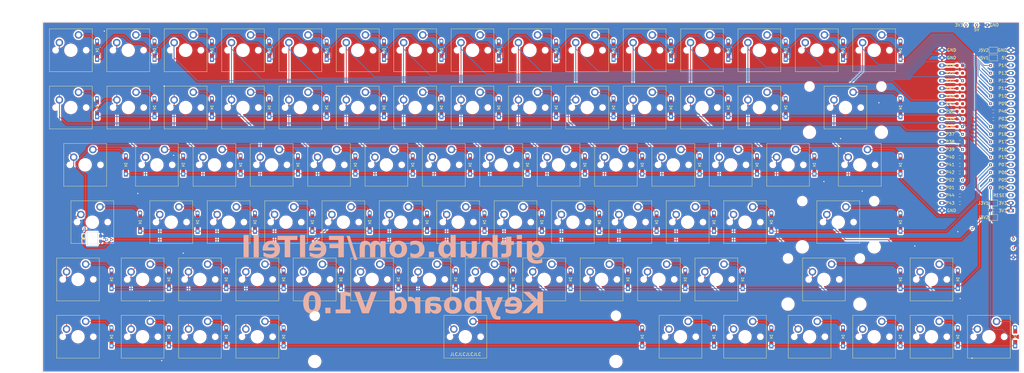
<source format=kicad_pcb>
(kicad_pcb (version 20221018) (generator pcbnew)
  (title_block (title "Keyboard-FT") (date "2024-01-23") (rev "V1.0"))
  (layers (0 "F.Cu" signal) (31 "B.Cu" signal) (34 "B.Paste" user) (35 "F.Paste" user) (36 "B.SilkS" user "B.Silkscreen") (37 "F.SilkS" user "F.Silkscreen") (38 "B.Mask" user) (39 "F.Mask" user) (44 "Edge.Cuts" user))
  (net 0 "")
  (net 1 "Net-(D2-A)")
  (net 2 "Net-(D3-A)")
  (net 3 "Net-(D4-A)")
  (net 4 "Net-(D5-A)")
  (net 5 "Net-(D6-A)")
  (net 6 "Net-(D7-A)")
  (net 7 "Net-(D8-A)")
  (net 8 "Net-(D9-A)")
  (net 9 "Net-(D10-A)")
  (net 10 "Net-(D11-A)")
  (net 11 "Net-(D12-A)")
  (net 12 "Net-(D13-A)")
  (net 13 "Net-(D14-A)")
  (net 14 "Net-(D15-A)")
  (net 15 "Net-(D16-A)")
  (net 16 "Net-(D17-A)")
  (net 17 "Net-(D18-A)")
  (net 18 "Net-(D19-A)")
  (net 19 "Net-(D20-A)")
  (net 20 "Net-(D21-A)")
  (net 21 "Net-(D22-A)")
  (net 22 "Net-(D23-A)")
  (net 23 "Net-(D24-A)")
  (net 24 "Net-(D25-A)")
  (net 25 "Net-(D26-A)")
  (net 26 "Net-(D27-A)")
  (net 27 "Net-(D28-A)")
  (net 28 "Net-(D29-A)")
  (net 29 "Net-(D30-A)")
  (net 30 "Net-(D31-A)")
  (net 31 "Net-(D32-A)")
  (net 32 "Net-(D33-A)")
  (net 33 "Net-(D34-A)")
  (net 34 "Net-(D35-A)")
  (net 35 "Net-(D36-A)")
  (net 36 "Net-(D37-A)")
  (net 37 "Net-(D38-A)")
  (net 38 "Net-(D39-A)")
  (net 39 "Net-(D40-A)")
  (net 40 "Net-(D41-A)")
  (net 41 "Net-(D42-A)")
  (net 42 "Net-(D43-A)")
  (net 43 "Net-(D44-A)")
  (net 44 "Net-(D45-A)")
  (net 45 "Net-(D46-A)")
  (net 46 "Net-(D47-A)")
  (net 47 "Net-(D48-A)")
  (net 48 "Net-(D49-A)")
  (net 49 "Net-(D50-A)")
  (net 50 "Net-(D51-A)")
  (net 51 "Net-(D52-A)")
  (net 52 "Net-(D53-A)")
  (net 53 "Net-(D54-A)")
  (net 54 "Net-(D55-A)")
  (net 55 "Net-(D56-A)")
  (net 56 "Net-(D57-A)")
  (net 57 "Net-(D58-A)")
  (net 58 "Net-(D59-A)")
  (net 59 "Net-(D60-A)")
  (net 60 "Net-(D61-A)")
  (net 61 "Net-(D62-A)")
  (net 62 "Net-(D63-A)")
  (net 63 "Net-(D64-A)")
  (net 64 "Net-(D65-A)")
  (net 65 "Net-(D66-A)")
  (net 66 "Net-(D67-A)")
  (net 67 "Net-(D68-A)")
  (net 68 "Net-(D69-A)")
  (net 69 "Net-(D70-A)")
  (net 70 "Net-(D71-A)")
  (net 71 "Net-(D72-A)")
  (net 72 "Net-(D73-A)")
  (net 73 "Net-(D74-A)")
  (net 74 "Net-(D75-A)")
  (net 75 "Net-(D76-A)")
  (net 76 "Net-(D77-A)")
  (net 77 "Net-(D78-A)")
  (net 78 "Net-(D79-A)")
  (net 79 "Net-(D80-A)")
  (net 80 "Net-(D81-A)")
  (net 82 "/LED1?")
  (net 83 "/LED2?")
  (net 84 "Net-(D1-A)")
  (net 85 "/1")
  (net 86 "/2")
  (net 87 "/3")
  (net 88 "/4")
  (net 89 "/5")
  (net 90 "/6")
  (net 91 "/a")
  (net 92 "/b")
  (net 93 "/c")
  (net 94 "/d")
  (net 95 "/e")
  (net 96 "/f")
  (net 97 "/g")
  (net 98 "/h")
  (net 99 "/i")
  (net 100 "/j")
  (net 101 "/k")
  (net 102 "/l")
  (net 103 "/m")
  (net 104 "/n")
  (net 105 "/o")
  (net 106 "Net-(U1-GPIO15{slash}ADC2_CH4{slash}32K_P)")
  (net 107 "Net-(U1-GPIO16{slash}ADC2_CH5{slash}32K_N)")
  (net 108 "Net-(U1-GPIO1{slash}ADC1_CH0)")
  (net 109 "Net-(U1-GPIO2{slash}ADC1_CH1)")
  (net 110 "Net-(U1-GPIO4{slash}ADC1_CH3)")
  (net 111 "Net-(U1-GPIO5{slash}ADC1_CH4)")
  (net 112 "Net-(U1-GPIO6{slash}ADC1_CH5)")
  (net 113 "Net-(U1-GPIO7{slash}ADC1_CH6)")
  (net 114 "Net-(U1-GPIO8{slash}ADC1_CH7)")
  (net 115 "Net-(U1-GPIO9{slash}ADC1_CH8)")
  (net 116 "Net-(U1-GPIO10{slash}ADC1_CH9)")
  (net 117 "Net-(U1-GPIO11{slash}ADC2_CH0)")
  (net 118 "Net-(U1-GPIO12{slash}ADC2_CH1)")
  (net 119 "Net-(U1-GPIO13{slash}ADC2_CH2)")
  (net 120 "Net-(U1-GPIO14{slash}ADC2_CH3)")
  (net 121 "Net-(U1-GPIO17{slash}ADC2_CH6)")
  (net 122 "Net-(U1-GPIO18{slash}ADC2_CH7)")
  (net 123 "Net-(U1-GPIO21)")
  (net 124 "Net-(U1-GPIO35)")
  (net 125 "Net-(U1-GPIO36)")
  (net 126 "Net-(U1-GPIO37)")
  (net 127 "Net-(U1-GPIO43{slash}U0TXD)")
  (net 129 "Net-(U1-GPIO44{slash}U0RXD)")
  (net 131 "Net-(U1-GPIO20{slash}USB_D+)")
  (net 133 "Net-(U1-GPIO19{slash}USB_D-)")
  (net 135 "Net-(U1-GPIO39{slash}MTCK)")
  (net 138 "Net-(U1-GPIO40{slash}MTDO)")
  (net 140 "Net-(U1-GPIO41{slash}MTDI)")
  (net 142 "Net-(U1-GPIO42{slash}MTMS)")
  (net 143 "Net-(U1-GPIO3{slash}ADC1_CH2)")
  (net 146 "Net-(U1-GPIO45)")
  (net 148 "Net-(U1-GPIO46)")
  (net 150 "Net-(U1-GPIO47)")
  (net 153 "Net-(U1-GPIO0)")
  (net 154 "Net-(J3V1-A)")
  (net 155 "+3.3V")
  (net 156 "Net-(J5V1-A)")
  (net 157 "+5V")
  (net 158 "GND")
  (net 159 "Net-(J3V2-A)")
  (net 160 "Net-(J5V2-A)")
  (net 161 "/CAPS_LED")
  (net 162 "unconnected-(L1-DOUT-Pad1)")
  (net 163 "Net-(L1-VDD)")
  (footprint "kbd:D3_TH_SMD_v2" (layer "F.Cu") (at 65.88125 57.15 90)
    (fp_text reference "D17" hide)
    (fp_text value "D" hide)
  )
  (footprint "kbd:D3_TH_SMD_v2" (layer "F.Cu") (at 51.59375 133.35 90)
    (fp_text reference "D71" hide)
    (fp_text value "D" hide)
  )
  (footprint "PCM_Switch_Keyboard_Cherry_MX:SW_Cherry_MX_PCB_1.00u" (layer "F.Cu") (at 38.1 57.15)
    (fp_text reference "S16")
    (fp_text value "Key")
  )
  (footprint "kbd:D3_TH_SMD_v2" (layer "F.Cu") (at 199.23125 57.15 90)
    (fp_text reference "D24" hide)
    (fp_text value "D" hide)
  )
  (footprint "kbd:D3_TH_SMD_v2" (layer "F.Cu") (at 275.43125 38.1 90)
    (fp_text reference "D13" hide)
    (fp_text value "D" hide)
  )
  (footprint "Resistor_SMD:R_0603_1608Metric_Pad0.98x0.95mm_HandSolder" (layer "F.Cu") (at 344.36875 68.583796 180)
    (fp_text reference "R26")
    (fp_text value "330R")
  )
  (footprint "PCM_Switch_Keyboard_Cherry_MX:SW_Cherry_MX_PCB_1.00u" (layer "F.Cu") (at 261.9375 133.35)
    (fp_text reference "S77")
    (fp_text value "Key")
  )
  (footprint "Resistor_SMD:R_0603_1608Metric_Pad0.98x0.95mm_HandSolder" (layer "F.Cu") (at 333.248 53.34)
    (fp_text reference "R36")
    (fp_text value "330R")
  )
  (footprint "kbd:D3_TH_SMD_v2" (layer "F.Cu") (at 256.38125 38.1 90)
    (fp_text reference "D12" hide)
    (fp_text value "D" hide)
  )
  (footprint "kbd:D3_TH_SMD_v2" (layer "F.Cu") (at 51.59375 114.3 90)
    (fp_text reference "D57" hide)
    (fp_text value "D" hide)
  )
  (footprint "kbd:D3_TH_SMD_v2" (layer "F.Cu") (at 161.13125 57.15 90)
    (fp_text reference "D22" hide)
    (fp_text value "D" hide)
  )
  (footprint "Resistor_SMD:R_0603_1608Metric_Pad0.98x0.95mm_HandSolder" (layer "F.Cu") (at 333.248 63.5)
    (fp_text reference "R30")
    (fp_text value "330R")
  )
  (footprint "kbd:D3_TH_SMD_v2" (layer "F.Cu") (at 108.74375 114.3 90)
    (fp_text reference "D60" hide)
    (fp_text value "D" hide)
  )
  (footprint "Jumper:SolderJumper-2_P1.3mm_Open_TrianglePad1.0x1.5mm" (layer "F.Cu") (at 344.36875 88.9)
    (fp_text reference "J3V1")
    (fp_text value "Jumper_2_Open")
  )
  (footprint "PCM_Switch_Keyboard_Cherry_MX:SW_Cherry_MX_PCB_1.00u" (layer "F.Cu") (at 95.25 57.15)
    (fp_text reference "S19")
    (fp_text value "Key")
  )
  (footprint "kbd:D3_TH_SMD_v2" (layer "F.Cu") (at 199.23125 38.1 90)
    (fp_text reference "D9" hide)
    (fp_text value "D" hide)
  )
  (footprint "Resistor_SMD:R_0603_1608Metric_Pad0.98x0.95mm_HandSolder" (layer "F.Cu") (at 344.36875 76.203796 180)
    (fp_text reference "R18")
    (fp_text value "330R")
  )
  (footprint "kbd:D3_TH_SMD_v2" (layer "F.Cu") (at 84.93125 38.1 90)
    (fp_text reference "D3" hide)
    (fp_text value "D" hide)
  )
  (footprint "kbd:D3_TH_SMD_v2" (layer "F.Cu") (at 113.50625 76.2 90)
    (fp_text reference "D33" hide)
    (fp_text value "D" hide)
  )
  (footprint "kbd:D3_TH_SMD_v2" (layer "F.Cu") (at 218.28125 38.1 90)
    (fp_text reference "D10" hide)
    (fp_text value "D" hide)
  )
  (footprint "PCM_Switch_Keyboard_Cherry_MX:SW_Cherry_MX_PCB_1.00u" (layer "F.Cu") (at 100.0125 133.35)
    (fp_text reference "S74")
    (fp_text value "Key")
  )
  (footprint "kbd:D3_TH_SMD_v2" (layer "F.Cu") (at 313.53125 57.15 90)
    (fp_text reference "D29" hide)
    (fp_text value "D" hide)
  )
  (footprint "Resistor_SMD:R_0603_1608Metric_Pad0.98x0.95mm_HandSolder" (layer "F.Cu") (at 333.248 86.36)
    (fp_text reference "R2")
    (fp_text value "330R")
  )
  (footprint "kbd:D3_TH_SMD_v2" (layer "F.Cu") (at 313.53125 76.2 90)
    (fp_text reference "D43" hide)
    (fp_text value "D" hide)
  )
  (footprint "PCM_Switch_Keyboard_Cherry_MX:SW_Cherry_MX_PCB_1.00u" (layer "F.Cu") (at 323.85 133.35)
    (fp_text reference "S80")
    (fp_text value "Key")
  )
  (footprint "Resistor_SMD:R_0603_1608Metric_Pad0.98x0.95mm_HandSolder" (layer "F.Cu") (at 344.36875 45.723796 180)
    (fp_text reference "R24")
    (fp_text value "330R")
  )
  (footprint "PCM_Switch_Keyboard_Cherry_MX:SW_Cherry_MX_PCB_1.00u" (layer "F.Cu") (at 90.4875 95.25)
    (fp_text reference "S46")
    (fp_text value "Key")
  )
  (footprint "kbd:D3_TH_SMD_v2" (layer "F.Cu") (at 256.38125 57.15 90)
    (fp_text reference "D27" hide)
    (fp_text value "D" hide)
  )
  (footprint "kbd:D3_TH_SMD_v2" (layer "F.Cu") (at 294.48125 133.35 90)
    (fp_text reference "D78" hide)
    (fp_text value "D" hide)
  )
  (footprint "Jumper:SolderJumper-2_P1.3mm_Open_TrianglePad1.0x1.5mm" (layer "F.Cu") (at 344.36875 38.1)
    (fp_text reference "J5V2")
    (fp_text value "Jumper_2_Open")
  )
  (footprint "kbd:D3_TH_SMD_v2" (layer "F.Cu") (at 184.94375 114.3 90)
    (fp_text reference "D64" hide)
    (fp_text value "D" hide)
  )
  (footprint "PCM_Switch_Keyboard_Cherry_MX:SW_Cherry_MX_PCB_1.00u" (layer "F.Cu") (at 219.075 76.2)
    (fp_text reference "S39")
    (fp_text value "Key")
  )
  (footprint "PCM_Switch_Keyboard_Cherry_MX:SW_Cherry_MX_PCB_1.00u" (layer "F.Cu") (at 276.225 76.2)
    (fp_text reference "S42")
    (fp_text value "Key")
  )
  (footprint "PCM_Switch_Keyboard_Cherry_MX:SW_Cherry_MX_PCB_1.50u" (layer "F.Cu") (at 42.8625 76.2)
    (fp_text reference "S30")
    (fp_text value "Key")
  )
  (footprint "PCM_Mounting_Keyboard_Stabilizer:Stabilizer_Cherry_MX_2.00u" (layer "F.Cu") (at 288.13125 114.3)
    (fp_text reference "H4")
    (fp_text value "Stabilizer 2u")
  )
  (footprint "kbd:D3_TH_SMD_v2" (layer "F.Cu") (at 61.11875 95.25 90)
    (fp_text reference "D44" hide)
    (fp_text value "D" hide)
  )
  (footprint "PCM_Switch_Keyboard_Cherry_MX:SW_Cherry_MX_PCB_1.00u" (layer "F.Cu") (at 161.925 76.2)
    (fp_text reference "S36")
    (fp_text value "Key")
  )
  (footprint "kbd:D3_TH_SMD_v2" (layer "F.Cu") (at 75.40625 76.2 90)
    (fp_text reference "D31" hide)
    (fp_text value "D" hide)
  )
  (footprint "PCM_Switch_Keyboard_Cherry_MX:SW_Cherry_MX_PCB_1.50u" (layer "F.Cu") (at 300.0375 76.2)
    (fp_text reference "S43")
    (fp_text value "Key")
  )
  (footprint "PCM_Switch_Keyboard_Cherry_MX:SW_Cherry_MX_PCB_1.00u" (layer "F.Cu") (at 85.78125 76.2)
    (fp_text reference "S32")
    (fp_text value "Key")
  )
  (footprint "Resistor_SMD:R_0603_1608Metric_Pad0.98x0.95mm_HandSolder" (layer "F.Cu") (at 344.36875 73.663796)
    (fp_text reference "R3")
    (fp_text value "330R")
  )
  (footprint "PCM_Switch_Keyboard_Cherry_MX:SW_Cherry_MX_PCB_1.00u" (layer "F.Cu") (at 171.45 57.15)
    (fp_text reference "S23")
    (fp_text value "Key")
  )
  (footprint "PCM_Espressif:ESP32-S3-DevKitC" (layer "F.Cu") (at 350.192731 91.395876 180)
    (fp_text reference "U1" hide)
    (fp_text value "ESP32-S3-DevKitC" hide)
  )
  (footprint "PCM_Switch_Keyboard_Cherry_MX:SW_Cherry_MX_PCB_1.00u" (layer "F.Cu") (at 71.4375 95.25)
    (fp_text reference "S45")
    (fp_text value "Key")
  )
  (footprint "Resistor_SMD:R_0603_1608Metric_Pad0.98x0.95mm_HandSolder" (layer "F.Cu") (at 344.36875 43.183796 180)
    (fp_text reference "R25")
    (fp_text value "330R")
  )
  (footprint "kbd:D3_TH_SMD_v2" (layer "F.Cu") (at 132.55625 76.2 90)
    (fp_text reference "D34" hide)
    (fp_text value "D" hide)
  )
  (footprint "Resistor_SMD:R_0603_1608Metric_Pad0.98x0.95mm_HandSolder" (layer "F.Cu") (at 344.36875 78.743796 180)
    (fp_text reference "R17")
    (fp_text value "330R")
  )
  (footprint "kbd:D3_TH_SMD_v2" (layer "F.Cu") (at 165.89375 114.3 90)
    (fp_text reference "D63" hide)
    (fp_text value "D" hide)
  )
  (footprint "Resistor_SMD:R_0603_1608Metric_Pad0.98x0.95mm_HandSolder" (layer "F.Cu") (at 333.248 43.18)
    (fp_text reference "R6")
    (fp_text value "330R")
  )
  (footprint "kbd:D3_TH_SMD_v2" (layer "F.Cu") (at 270.66875 133.35 90)
    (fp_text reference "D77" hide)
    (fp_text value "D" hide)
  )
  (footprint "kbd:D3_TH_SMD_v2" (layer "F.Cu") (at 208.75625 76.2 90)
    (fp_text reference "D38" hide)
    (fp_text value "D" hide)
  )
  (footprint "PCM_Switch_Keyboard_Cherry_MX:SW_Cherry_MX_PCB_1.00u" (layer "F.Cu") (at 228.6 57.15)
    (fp_text reference "S26")
    (fp_text value "Key")
  )
  (footprint "kbd:D3_TH_SMD_v2" (layer "F.Cu") (at 151.60625 76.2 90)
    (fp_text reference "D35" hide)
    (fp_text value "D" hide)
  )
  (footprint "kbd:D3_TH_SMD_v2" (layer "F.Cu") (at 46.83125 57.15 90)
    (fp_text reference "D16" hide)
    (fp_text value "D" hide)
  )
  (footprint "Connector_PinHeader_1.00mm:PinHeader_1x01_P1.00mm_Vertical" (layer "F.Cu") (at 342.392 29.718)
    (fp_text reference "GND")
    (fp_text value "TestPoint")
  )
  (footprint "PCM_Switch_Keyboard_Cherry_MX:SW_Cherry_MX_PCB_1.00u" (layer "F.Cu") (at 261.9375 95.25)
    (fp_text reference "S55")
    (fp_text value "Key")
  )
  (footprint "kbd:D3_TH_SMD_v2" (layer "F.Cu") (at 227.80625 76.2 90)
    (fp_text reference "D39" hide)
    (fp_text value "D" hide)
  )
  (footprint "PCM_Switch_Keyboard_Cherry_MX:SW_Cherry_MX_PCB_2.00u" (layer "F.Cu") (at 295.275 57.15)
    (fp_text reference "S29")
    (fp_text value "Key")
  )
  (footprint "PCM_Switch_Keyboard_Cherry_MX:SW_Cherry_MX_PCB_1.00u" (layer "F.Cu") (at 266.7 38.1)
    (fp_text reference "S13")
    (fp_text value "Key")
  )
  (footprint "Resistor_SMD:R_0603_1608Metric_Pad0.98x0.95mm_HandSolder" (layer "F.Cu") (at 344.36875 71.123796)
    (fp_text reference "R5")
    (fp_text value "330R")
  )
  (footprint "Resistor_SMD:R_0603_1608Metric_Pad0.98x0.95mm_HandSolder" (layer "F.Cu") (at 344.36875 55.883796 180)
    (fp_text reference "R20")
    (fp_text value "330R")
  )
  (footprint "kbd:D3_TH_SMD_v2" (layer "F.Cu") (at 142.08125 57.15 90)
    (fp_text reference "D21" hide)
    (fp_text value "D" hide)
  )
  (footprint "kbd:D3_TH_SMD_v2" (layer "F.Cu") (at 137.31875 95.25 90)
    (fp_text reference "D48" hide)
    (fp_text value "D" hide)
  )
  (footprint "kbd:D3_TH_SMD_v2" (layer "F.Cu") (at 246.85625 76.2 90)
    (fp_text reference "D40" hide)
    (fp_text value "D" hide)
  )
  (footprint "kbd:D3_TH_SMD_v2" (layer "F.Cu") (at 80.16875 95.25 90)
    (fp_text reference "D45" hide)
    (fp_text value "D" hide)
  )
  (footprint "PCM_Switch_Keyboard_Cherry_MX:SW_Cherry_MX_PCB_2.75u" (layer "F.Cu") (at 288.13125 114.3)
    (fp_text reference "S69")
    (fp_text value "Key")
  )
  (footprint "Resistor_SMD:R_0603_1608Metric_Pad0.98x0.95mm_HandSolder" (layer "F.Cu") (at 344.36875 48.263796 180)
    (fp_text reference "R23")
    (fp_text value "330R")
  )
  (footprint "PCM_Switch_Keyboard_Cherry_MX:SW_Cherry_MX_PCB_1.00u" (layer "F.Cu") (at 209.55 57.15)
    (fp_text reference "S25")
    (fp_text value "Key")
  )
  (footprint "kbd:D3_TH_SMD_v2" (layer "F.Cu") (at 237.33125 57.15 90)
    (fp_text reference "D26" hide)
    (fp_text value "D" hide)
  )
  (footprint "PCM_Switch_Keyboard_Cherry_MX:SW_Cherry_MX_PCB_1.00u" (layer "F.Cu") (at 247.65 38.1)
    (fp_text reference "S12")
    (fp_text value "Key")
  )
  (footprint "PCM_Switch_Keyboard_Cherry_MX:SW_Cherry_MX_PCB_1.00u" (layer "F.Cu") (at 323.85 114.3)
    (fp_text reference "S70")
    (fp_text value "Key")
  )
  (footprint "PCM_Switch_Keyboard_Cherry_MX:SW_Cherry_MX_PCB_2.25u" (layer "F.Cu") (at 292.89375 95.25)
    (fp_text reference "S56")
    (fp_text value "Key")
  )
  (footprint "kbd:D3_TH_SMD_v2" (layer "F.Cu") (at 146.84375 114.3 90)
    (fp_text reference "D62" hide)
    (fp_text value "D" hide)
  )
  (footprint "PCM_Switch_Keyboard_Cherry_MX:SW_Cherry_MX_PCB_1.00u" (layer "F.Cu") (at 257.175 76.2)
    (fp_text reference "S41")
    (fp_text value "Key")
  )
  (footprint "kbd:D3_TH_SMD_v2" (layer "F.Cu") (at 242.09375 114.3 90)
    (fp_text reference "D67" hide)
    (fp_text value "D" hide)
  )
  (footprint "PCM_Switch_Keyboard_Cherry_MX:SW_Cherry_MX_PCB_1.00u" (layer "F.Cu") (at 214.3125 114.3)
    (fp_text reference "S66")
    (fp_text value "Key")
  )
  (footprint "PCM_Switch_Keyboard_Cherry_MX:SW_Cherry_MX_PCB_1.00u" (layer "F.Cu") (at 209.55 38.1)
    (fp_text reference "S10")
    (fp_text value "Key")
  )
  (footprint "PCM_Switch_Keyboard_Cherry_MX:SW_Cherry_MX_PCB_1.00u" (layer "F.Cu") (at 119.0625 114.3)
    (fp_text reference "S61")
    (fp_text value "Key")
  )
  (footprint "PCM_Switch_Keyboard_Cherry_MX:SW_Cherry_MX_PCB_1.00u" (layer "F.Cu") (at 304.8 38.1)
    (fp_text reference "S15")
    (fp_text value "Key")
  )
  (footprint "PCM_Switch_Keyboard_Cherry_MX:SW_Cherry_MX_PCB_1.00u" (layer "F.Cu") (at 233.3625 114.3)
    (fp_text reference "S67")
    (fp_text value "Key")
  )
  (footprint "PCM_Switch_Keyboard_Cherry_MX:SW_Cherry_MX_PCB_1.00u" (layer "F.Cu") (at 166.6875 95.25)
    (fp_text reference "S50")
    (fp_text value "Key")
  )
  (footprint "PCM_Switch_Keyboard_Cherry_MX:SW_Cherry_MX_PCB_1.00u" (layer "F.Cu") (at 204.7875 95.25)
    (fp_text reference "S52")
    (fp_text value "Key")
  )
  (footprint "PCM_Switch_Keyboard_Cherry_MX:SW_Cherry_MX_PCB_1.00u" (layer "F.Cu") (at 80.9625 133.35)
    (fp_text reference "S73")
    (fp_text value "Key")
  )
  (footprint "PCM_Switch_Keyboard_Cherry_MX:SW_Cherry_MX_PCB_1.00u" (layer "F.Cu") (at 80.9625 114.3)
    (fp_text reference "S59")
    (fp_text value "Key")
  )
  (footprint "Resistor_SMD:R_0603_1608Metric_Pad0.98x0.95mm_HandSolder" (layer "F.Cu") (at 333.248 58.42)
    (fp_text reference "R8")
    (fp_text value "330R")
  )
  (footprint "Resistor_SMD:R_0603_1608Metric_Pad0.98x0.95mm_HandSolder" (layer "F.Cu") (at 333.248 68.58)
    (fp_text reference "R32")
    (fp_text value "330R")
  )
  (footprint "PCM_Switch_Keyboard_Cherry_MX:SW_Cherry_MX_PCB_1.00u" (layer "F.Cu") (at 142.875 76.2)
    (fp_text reference "S35")
    (fp_text value "Key")
  )
  (footprint "Resistor_SMD:R_0603_1608Metric_Pad0.98x0.95mm_HandSolder" (layer "F.Cu") (at 333.248 66.04)
    (fp_text reference "R31")
    (fp_text value "330R")
  )
  (footprint "kbd:D3_TH_SMD_v2" (layer "F.Cu") (at 65.88125 38.1 90)
    (fp_text reference "D2" hide)
    (fp_text value "D" hide)
  )
  (footprint "PCM_Switch_Keyboard_Cherry_MX:SW_Cherry_MX_PCB_1.00u" (layer "F.Cu") (at 109.5375 95.25)
    (fp_text reference "S47")
    (fp_text value "Key")
  )
  (footprint "Resistor_SMD:R_0603_1608Metric_Pad0.98x0.95mm_HandSolder" (layer "F.Cu") (at 333.248 45.72)
    (fp_text reference "R4")
    (fp_text value "330R")
  )
  (footprint "PCM_Switch_Keyboard_Cherry_MX:SW_Cherry_MX_PCB_1.00u" (layer "F.Cu") (at 123.825 76.2)
    (fp_text reference "S34")
    (fp_text value "Key")
  )
  (footprint "kbd:D3_TH_SMD_v2" (layer "F.Cu") (at 46.83125 38.1 90)
    (fp_text reference "D1" hide)
    (fp_text value "D" hide)
  )
  (footprint "PCM_Switch_Keyboard_Cherry_MX:SW_Cherry_MX_PCB_1.00u" (layer "F.Cu") (at 100.0125 114.3)
    (fp_text reference "S60")
    (fp_text value "Key")
  )
  (footprint "Resistor_SMD:R_0603_1608Metric_Pad0.98x0.95mm_HandSolder" (layer "F.Cu") (at 344.36875 60.963796 180)
    (fp_text reference "R14")
    (fp_text value "330R")
  )
  (footprint "PCM_Switch_Keyboard_Cherry_MX:SW_Cherry_MX_PCB_1.00u" (layer "F.Cu") (at 128.5875 95.25)
    (fp_text reference "S48")
    (fp_text value "Key")
  )
  (footprint "PCM_Switch_Keyboard_Cherry_MX:SW_Cherry_MX_PCB_1.00u" (layer "F.Cu") (at 152.4 38.1)
    (fp_text reference "S7")
    (fp_text value "Key")
  )
  (footprint "PCM_Switch_Keyboard_Cherry_MX:SW_Cherry_MX_PCB_1.00u" (layer "F.Cu") (at 133.35 38.1)
    (fp_text reference "S6")
    (fp_text value "Key")
  )
  (footprint "PCM_Switch_Keyboard_Cherry_MX:SW_Cherry_MX_PCB_1.00u" (layer "F.Cu") (at 228.6 38.1)
    (fp_text reference "S11")
    (fp_text value "Key")
  )
  (footprint "PCM_Switch_Keyboard_Cherry_MX:SW_Cherry_MX_PCB_1.00u" (layer "F.Cu") (at 157.1625 114.3)
    (fp_text reference "S63")
    (fp_text value "Key")
  )
  (footprint "PCM_Switch_Keyboard_Cherry_MX:SW_Cherry_MX_PCB_1.00u" (layer "F.Cu") (at 200.025 76.2)
    (fp_text reference "S38")
    (fp_text value "Key")
  )
  (footprint "PCM_Switch_Keyboard_Cherry_MX:SW_Cherry_MX_PCB_1.00u" (layer "F.Cu") (at 152.4 57.15)
    (fp_text reference "S22")
    (fp_text value "Key")
  )
  (footprint "kbd:D3_TH_SMD_v2" (layer "F.Cu") (at 313.53125 38.1 90)
    (fp_text reference "D15" hide)
    (fp_text value "D" hide)
  )
  (footprint "Connector_PinHeader_1.00mm:PinHeader_1x01_P1.00mm_Vertical" (layer "F.Cu") (at 338.836 29.718)
    (fp_text reference "5V")
    (fp_text value "TestPoint")
  )
  (footprint "PCM_Switch_Keyboard_Cherry_MX:SW_Cherry_MX_PCB_1.00u" (layer "F.Cu") (at 190.5 57.15)
    (fp_text reference "S24")
    (fp_text value "Key")
  )
  (footprint "kbd:D3_TH_SMD_v2" (layer "F.Cu") (at 223.04375 114.3 90)
    (fp_text reference "D66" hide)
    (fp_text value "D" hide)
  )
  (footprint "PCM_Switch_Keyboard_Cherry_MX:SW_Cherry_MX_PCB_1.00u" (layer "F.Cu") (at 138.1125 114.3)
    (fp_text reference "S62")
    (fp_text value "Key")
  )
  (footprint "Resistor_SMD:R_0603_1608Metric_Pad0.98x0.95mm_HandSolder" (layer "F.Cu") (at 344.36875 66.043796 180)
    (fp_text reference "R27")
    (fp_text value "330R")
  )
  (footprint "PCM_Switch_Keyboard_Cherry_MX:SW_Cherry_MX_PCB_1.00u" (layer "F.Cu") (at 76.2 38.1)
    (fp_text reference "S3")
    (fp_text value "Key")
  )
  (footprint "kbd:D3_TH_SMD_v2" (layer "F.Cu") (at 123.03125 57.15 90)
    (fp_text reference "D20" hide)
    (fp_text value "D" hide)
  )
  (footprint "kbd:D3_TH_SMD_v2" (layer "F.Cu") (at 232.56875 95.25 90)
    (fp_text reference "D53" hide)
    (fp_text value "D" hide)
  )
  (footprint "PCM_Switch_Keyboard_Cherry_MX:SW_Cherry_MX_PCB_1.00u" (layer "F.Cu") (at 180.975 76.2)
    (fp_text reference "S37")
    (fp_text value "Key")
  )
  (footprint "PCM_Mounting_Keyboard_Stabilizer:Stabilizer_Cherry_MX_2.00u" (layer "F.Cu") (at 295.275 57.15)
    (fp_text reference "H2")
    (fp_text value "Stabilizer 2u")
  )
  (footprint "kbd:D3_TH_SMD_v2" (layer "F.Cu") (at 203.99375 114.3 90)
    (fp_text reference "D65" hide)
    (fp_text value "D" hide)
  )
  (footprint "kbd:D3_TH_SMD_v2" (layer "F.Cu") (at 89.69375 133.35 90)
    (fp_text reference "D73" hide)
    (fp_text value "D" hide)
  )
  (footprint "kbd:D3_TH_SMD_v2" (layer "F.Cu") (at 99.21875 95.25 90)
    (fp_text reference "D46" hide)
    (fp_text value "D" hide)
  )
  (footprint "PCM_Switch_Keyboard_Cherry_MX:SW_Cherry_MX_PCB_1.00u" (layer "F.Cu") (at 66.675 76.2)
    (fp_text reference "S31")
    (fp_text value "Key")
  )
  (footprint "kbd:D3_TH_SMD_v2" (layer "F.Cu") (at 161.13125 38.1 90)
    (fp_text reference "D7" hide)
    (fp_text value "D" hide)
  )
  (footprint "PCM_Switch_Keyboard_Cherry_MX:SW_Cherry_MX_PCB_1.00u" (layer "F.Cu") (at 114.3 38.1)
    (fp_text reference "S5")
    (fp_text value "Key")
  )
  (footprint "PCM_Switch_Keyboard_Cherry_MX:SW_Cherry_MX_PCB_1.25u" (layer "F.Cu") (at 40.48125 133.35)
    (fp_text reference "S71")
    (fp_text value "Key")
  )
  (footprint "kbd:D3_TH_SMD_v2" (layer "F.Cu") (at 180.18125 38.1 90)
    (fp_text reference "D8" hide)
    (fp_text value "D" hide)
  )
  (footprint "kbd:D3_TH_SMD_v2" (layer "F.Cu") (at 313.53125 133.35 90)
    (fp_text reference "D79" hide)
    (fp_text value "D" hide)
  )
  (footprint "Connector_PinHeader_1.00mm:PinHeader_1x01_P1.00mm_Vertical" (layer "F.Cu") (at 351.028 100.80625)
    (fp_text reference "3V3-2" hide)
    (fp_text value "TestPoint")
  )
  (footprint "kbd:D3_TH_SMD_v2" (layer "F.Cu") (at 261.14375 114.3 90)
    (fp_text reference "D68" hide)
    (fp_text value "D" hide)
  )
  (footprint "Resistor_SMD:R_0603_1608Metric_Pad0.98x0.95mm_HandSolder" (layer "F.Cu") (at 333.248 88.9)
    (fp_text reference "R1")
    (fp_text value "330R")
  )
  (footprint "Jumper:SolderJumper-2_P1.3mm_Open_TrianglePad1.0x1.5mm" (layer "F.Cu") (at 344.36875 93.6625)
    (fp_text reference "J3V2")
    (fp_text value "Jumper_2_Open")
  )
  (footprint "kbd:D3_TH_SMD_v2" (layer "F.Cu") (at 313.53125 95.25 90)
    (fp_text reference "D56" hide)
    (fp_text value "D" hide)
  )
  (footprint "kbd:D3_TH_SMD_v2" (layer "F.Cu") (at 94.45625 76.2 90)
    (fp_text reference "D32" hide)
    (fp_text value "D" hide)
  )
  (footprint "kbd:D3_TH_SMD_v2" (layer "F.Cu") (at 213.51875 95.25 90)
    (fp_text reference "D52" hide)
    (fp_text value "D" hide)
  )
  (footprint "kbd:D3_TH_SMD_v2" (layer "F.Cu") (at 127.79375 114.3 90)
    (fp_text reference "D61" hide)
    (fp_text value "D" hide)
  )
  (footprint "kbd:D3_TH_SMD_v2" (layer "F.Cu") (at 227.80625 133.35 90)
    (fp_text reference "D75" hide)
    (fp_text value "D" hide)
  )
  (footprint "PCM_Mounting_Keyboard_Stabilizer:Stabilizer_Cherry_MX_2.00u" (layer "F.Cu") (at 292.89375 95.25)
    (fp_text reference "H3")
    (fp_text value "Stabilizer 2u")
  )
  (footprint "PCM_Switch_Keyboard_Cherry_MX:SW_Cherry_MX_PCB_1.00u" (layer "F.Cu") (at 38.1 38.1)
    (fp_text reference "S1")
    (fp_text value "Key")
  )
  (footprint "Connector_PinHeader_1.00mm:PinHeader_1x01_P1.00mm_Vertical" (layer "F.Cu") (at 351.028 103.886)
    (fp_text reference "5V-2" hide)
    (fp_text value "TestPoint")
  )
  (footprint "PCM_Switch_Keyboard_Cherry_MX:SW_Cherry_MX_PCB_1.00u" (layer "F.Cu") (at 57.195 57.15)
    (fp_text reference "S17")
    (fp_text value "Key")
  )
  (footprint "Resistor_SMD:R_0603_1608Metric_Pad0.98x0.95mm_HandSolder" (layer "F.Cu") (at 344.36875 83.823796 180)
    (fp_text reference "R15")
    (fp_text value "330R")
  )
  (footprint "kbd:D3_TH_SMD_v2" (layer "F.Cu") (at 170.65625 76.2 90)
    (fp_text reference "D36" hide)
    (fp_text value "D" hide)
  )
  (footprint "kbd:D3_TH_SMD_v2" (layer "F.Cu") (at 123.03125 38.1 90)
    (fp_text reference "D5" hide)
    (fp_text value "D" hide)
  )
  (footprint "PCM_Switch_Keyboard_Cherry_MX:SW_Cherry_MX_PCB_1.00u" (layer "F.Cu") (at 285.75 38.1)
    (fp_text reference "S14")
    (fp_text value "Key")
  )
  (footprint "PCM_Switch_Keyboard_Cherry_MX:SW_Cherry_MX_PCB_1.00u" (layer "F.Cu") (at 171.45 38.1)
    (fp_text reference "S8")
    (fp_text value "Key")
  )
  (footprint "PCM_Switch_Keyboard_Cherry_MX:SW_Cherry_MX_PCB_1.00u" (layer "F.Cu") (at 95.25 38.1)
    (fp_text reference "S4")
    (fp_text value "Key")
  )
  (footprint "Resistor_SMD:R_0603_1608Metric_Pad0.98x0.95mm_HandSolder" (layer "F.Cu") (at 344.36875 81.283796 180)
    (fp_text reference "R16")
    (fp_text value "330R")
  )
  (footprint "PCM_Switch_Keyboard_Cherry_MX:SW_Cherry_MX_PCB_1.00u" (layer "F.Cu") (at 57.15 38.1)
    (fp_text reference "S2")
    (fp_text value "Key")
  )
  (footprint "PCM_Switch_Keyboard_Cherry_MX:SW_Cherry_MX_PCB_1.00u" (layer "F.Cu") (at 252.4125 114.3)
    (fp_text reference "S68")
    (fp_text value "Key")
  )
  (footprint "PCM_Switch_Keyboard_Cherry_MX:SW_Cherry_MX_PCB_1.25u" (layer "F.Cu") (at 40.48125 114.3)
    (fp_text reference "S57")
    (fp_text value "Key")
  )
  (footprint "Connector_PinHeader_1.00mm:PinHeader_1x01_P1.00mm_Vertical" (layer "F.Cu") (at 351.028 106.934)
    (fp_text reference "GND-2" hide)
    (fp_text value "TestPoint")
  )
  (footprint "Resistor_SMD:R_0603_1608Metric_Pad0.98x0.95mm_HandSolder" (layer "F.Cu") (at 344.36875 58.423796 180)
    (fp_text reference "R34")
    (fp_text value "330R")
  )
  (footprint "kbd:D3_TH_SMD_v2" (layer "F.Cu") (at 275.43125 57.15 90)
    (fp_text reference "D28" hide)
    (fp_text value "D" hide)
  )
  (footprint "kbd:D3_TH_SMD_v2" (layer "F.Cu") (at 103.98125 57.15 90)
    (fp_text reference "D19" hide)
    (fp_text value "D" hide)
  )
  (footprint "Resistor_SMD:R_0603_1608Metric_Pad0.98x0.95mm_HandSolder" (layer "F.Cu") (at 333.248 81.28)
    (fp_text reference "R12")
    (fp_text value "330R")
  )
  (footprint "PCM_Switch_Keyboard_Cherry_MX:SW_Cherry_MX_PCB_1.75u" (layer "F.Cu") (at 45.24375 95.25)
    (fp_text reference "S44")
    (fp_text value "Key")
  )
  (footprint "Resistor_SMD:R_0603_1608Metric_Pad0.98x0.95mm_HandSolder" (layer "F.Cu") (at 344.36875 91.28125)
    (fp_text reference "R37" hide)
    (fp_text value "330R")
  )
  (footprint "PCM_Switch_Keyboard_Cherry_MX:SW_Cherry_MX_PCB_1.00u" (layer "F.Cu") (at 190.5 38.1)
    (fp_text reference "S9")
    (fp_text value "Key")
  )
  (footprint "PCM_Switch_Keyboard_Cherry_MX:SW_Cherry_MX_PCB_1.25u" (layer "F.Cu") (at 283.36875 133.35)
    (fp_text reference "S78")
    (fp_text value "Key")
  )
  (footprint "Jumper:SolderJumper-2_P1.3mm_Open_TrianglePad1.0x1.5mm" (layer "F.Cu") (at 344.36875 40.64)
    (fp_text reference "J5V1")
    (fp_text value "Jumper_2_Open")
  )
  (footprint "Resistor_SMD:R_0603_1608Metric_Pad0.98x0.95mm_HandSolder" (layer "F.Cu") (at 333.248 50.8)
    (fp_text reference "R35")
    (fp_text value "330R")
  )
  (footprint "PCM_Switch_Keyboard_Cherry_MX:SW_Cherry_MX_PCB_1.25u" (layer "F.Cu") (at 240.50625 133.35)
    (fp_text reference "S76")
    (fp_text value "Key")
  )
  (footprint "Resistor_SMD:R_0603_1608Metric_Pad0.98x0.95mm_HandSolder" (layer "F.Cu") (at 344.36875 53.343796 180)
    (fp_text reference "R21")
    (fp_text value "330R")
  )
  (footprint "kbd:D3_TH_SMD_v2" (layer "F.Cu") (at 218.28125 57.15 90)
    (fp_text reference "D25" hide)
    (fp_text value "D" hide)
  )
  (footprint "PCM_Switch_Keyboard_Cherry_MX:SW_Cherry_MX_PCB_1.00u" (layer "F.Cu") (at 61.9125 114.3)
    (fp_text reference "S58")
    (fp_text value "Key")
  )
  (footprint "kbd:D3_TH_SMD_v2" (layer "F.Cu") (at 56.35625 76.2 90)
    (fp_text reference "D30" hide)
    (fp_text value "D" hide)
  )
  (footprint "PCM_Switch_Keyboard_Cherry_MX:SW_Cherry_MX_PCB_1.00u" (layer "F.Cu") (at 133.35 57.15)
    (fp_text reference "S21")
    (fp_text value "Key")
  )
  (footprint "Resistor_SMD:R_0603_1608Metric_Pad0.98x0.95mm_HandSolder" (layer "F.Cu") (at 333.248 73.66 180)
    (fp_text reference "R9")
    (fp_text value "330R")
  )
  (footprint "PCM_Switch_Keyboard_Cherry_MX:SW_Cherry_MX_PCB_1.00u" (layer "F.Cu") (at 238.125 76.2)
    (fp_text reference "S40")
    (fp_text value "Key")
  )
  (footprint "PCM_Switch_Keyboard_Cherry_MX:SW_Cherry_MX_PCB_1.00u" (layer "F.Cu") (at 76.2 57.15)
    (fp_text reference "S18")
    (fp_text value "Key")
  )
  (footprint "PCM_Switch_Keyboard_Cherry_MX:SW_Cherry_MX_PCB_1.00u" (layer "F.Cu") (at 147.6375 95.25)
    (fp_text reference "S49")
    (fp_text value "Key")
  )
  (footprint "PCM_Switch_Keyboard_Cherry_MX:SW_Cherry_MX_PCB_1.00u" (layer "F.Cu") (at 342.9 133.35)
    (fp_text reference "S81")
    (fp_text value "Key")
  )
  (footprint "PCM_Switch_Keyboard_Cherry_MX:SW_Cherry_MX_PCB_6.25u" (layer "F.Cu") (at 169.06875 133.35)
    (fp_text reference "S75")
    (fp_text value "Key")
  )
  (footprint "PCM_Switch_Keyboard_Cherry_MX:SW_Cherry_MX_PCB_1.00u" (layer "F.Cu") (at 195.2625 114.3)
    (fp_text reference "S65")
    (fp_text value "Key")
  )
  (footprint "kbd:D3_TH_SMD_v2" (layer "F.Cu") (at 294.48125 38.1 90)
    (fp_text reference "D14" hide)
    (fp_text value "D" hide)
  )
  (footprint "kbd:D3_TH_SMD_v2" (layer "F.Cu") (at 284.95625 76.2 90)
    (fp_text reference "D42" hide)
    (fp_text value "D" hide)
  )
  (footprint "PCM_Switch_Keyboard_Cherry_MX:SW_Cherry_MX_PCB_1.00u" (layer "F.Cu") (at 304.8 133.35)
    (fp_text reference "S79")
    (fp_text value "Key")
  )
  (footprint "kbd:D3_TH_SMD_v2" (layer "F.Cu") (at 189.70625 76.2 90)
    (fp_text reference "D37" hide)
    (fp_text value "D" hide)
  )
  (footprint "PCM_Switch_Keyboard_Cherry_MX:SW_Cherry_MX_PCB_1.00u" (layer "F.Cu") (at 185.7375 95.25)
    (fp_text reference "S51")
    (fp_text value "Key")
  )
  (footprint "PCM_Switch_Keyboard_Cherry_MX:SW_Cherry_MX_PCB_1.00u" (layer "F.Cu") (at 247.65 57.15)
    (fp_text reference "S27")
    (fp_text value "Key")
  )
  (footprint "PCM_Switch_Keyboard_Cherry_MX:SW_Cherry_MX_PCB_1.00u" (layer "F.Cu") (at 176.2125 114.3)
    (fp_text reference "S64")
    (fp_text value "Key")
  )
  (footprint "Resistor_SMD:R_0603_1608Metric_Pad0.98x0.95mm_HandSolder" (layer "F.Cu") (at 333.248 55.88)
    (fp_text reference "R33")
    (fp_text value "330R")
  )
  (footprint "kbd:D3_TH_SMD_v2" (layer "F.Cu") (at 265.90625 76.2 90)
    (fp_text reference "D41" hide)
    (fp_text value "D" hide)
  )
  (footprint "PCM_Mounting_Keyboard_Stabilizer:Stabilizer_Cherry_MX_6.25u" (layer "F.Cu") (at 169.06875 133.35)
    (fp_text reference "H1")
    (fp_text value "Stabilizer 6.5u")
  )
  (footprint "kbd:D3_TH_SMD_v2" (layer "F.Cu") (at 351.63125 133.35 90)
    (fp_text reference "D81" hide)
    (fp_text value "D" hide)
  )
  (footprint "Resistor_SMD:R_0603_1608Metric_Pad0.98x0.95mm_HandSolder" (layer "F.Cu") (at 333.248 60.96)
    (fp_text reference "R29")
    (fp_text value "330R")
  )
  (footprint "kbd:D3_TH_SMD_v2" (layer "F.Cu") (at 103.98125 38.1 90)
    (fp_text reference "D4" hide)
    (fp_text value "D" hide)
  )
  (footprint "PCM_Switch_Keyboard_Cherry_MX:SW_Cherry_MX_PCB_1.00u" (layer "F.Cu") (at 114.3 57.15)
    (fp_text reference "S20")
    (fp_text value "Key")
  )
  (footprint "PCM_Switch_Keyboard_Cherry_MX:SW_Cherry_MX_PCB_1.00u" (layer "F.Cu") (at 104.775 76.2)
    (fp_text reference "S33")
    (fp_text value "Key")
  )
  (footprint "Connector_PinHeader_1.00mm:PinHeader_1x01_P1.00mm_Vertical" (layer "F.Cu") (at 335.28 29.718)
    (fp_text reference "3V3")
    (fp_text value "TestPoint")
  )
  (footprint "kbd:D3_TH_SMD_v2" (layer "F.Cu") (at 175.41875 95.25 90)
    (fp_text reference "D50" hide)
    (fp_text value "D" hide)
  )
  (footprint "PCM_Switch_Keyboard_Cherry_MX:SW_Cherry_MX_PCB_1.00u" (layer "F.Cu") (at 61.9125 133.35)
    (fp_text reference "S72")
    (fp_text value "Key")
  )
  (footprint "kbd:D3_TH_SMD_v2" (layer "F.Cu") (at 142.08125 38.1 90)
    (fp_text reference "D6" hide)
    (fp_text value "D" hide)
  )
  (footprint "kbd:D3_TH_SMD_v2" (layer "F.Cu") (at 180.18125 57.15 90)
    (fp_text reference "D23" hide)
    (fp_text value "D" hide)
  )
  (footprint "kbd:D3_TH_SMD_v2" (layer "F.Cu") (at 270.66875 95.25 90)
    (fp_text reference "D55" hide)
    (fp_text value "D" hide)
  )
  (footprint "kbd:D3_TH_SMD_v2" (layer "F.Cu") (at 156.36875 95.25 90)
    (fp_text reference "D49" hide)
    (fp_text value "D" hide)
  )
  (footprint "PCM_Switch_Keyboard_Cherry_MX:SW_Cherry_MX_PCB_1.00u" (layer "F.Cu") (at 223.8375 95.25)
    (fp_text reference "S53")
    (fp_text value "Key")
  )
  (footprint "Resistor_SMD:R_0603_1608Metric_Pad0.98x0.95mm_HandSolder" (layer "F.Cu") (at 333.248 83.82)
    (fp_text reference "R10")
    (fp_text value "330R")
  )
  (footprint "Resistor_SMD:R_0603_1608Metric_Pad0.98x0.95mm_HandSolder" (layer "F.Cu") (at 333.248 71.12 180)
    (fp_text reference "R7")
    (fp_text value "330R")
  )
  (footprint "Resistor_SMD:R_0603_1608Metric_Pad0.98x0.95mm_HandSolder" (layer "F.Cu") (at 344.36875 63.503796 180)
    (fp_text reference "R19")
    (fp_text value "330R")
  )
  (footprint "Resistor_SMD:R_0603_1608Metric_Pad0.98x0.95mm_HandSolder" (layer "F.Cu") (at 333.248 78.74 180)
    (fp_text reference "R13")
    (fp_text value "330R")
  )
  (footprint "kbd:D3_TH_SMD_v2" (layer "F.Cu") (at 118.26875 95.25 90)
    (fp_text reference "D47" hide)
    (fp_text value "D" hide)
  )
  (footprint "kbd:D3_TH_SMD_v2" (layer "F.Cu") (at 251.61875 133.35 90)
    (fp_text reference "D76" hide)
    (fp_text value "D" hide)
  )
  (footprint "kbd:D3_TH_SMD_v2" (layer "F.Cu") (at 194.46875 95.25 90)
    (fp_text reference "D51" hide)
    (fp_text value "D" hide)
  )
  (footprint "kbd:D3_TH_SMD_v2" (layer "F.Cu") (at 70.64375 114.3 90)
    (fp_text reference "D58" hide)
    (fp_text value "D" hide)
  )
  (footprint "kbd:D3_TH_SMD_v2" (layer "F.Cu") (at 108.74375 133.35 90)
    (fp_text reference "D74" hide)
    (fp_text value "D" hide)
  )
  (footprint "kbd:D3_TH_SMD_v2" (layer "F.Cu") (at 332.58125 133.35 90)
    (fp_text reference "D80" hide)
    (fp_text value "D" hide)
  )
  (footprint "Resistor_SMD:R_0603_1608Metric_Pad0.98x0.95mm_HandSolder" (layer "F.Cu") (at 333.248 48.26)
    (fp_text reference "R28")
    (fp_text value "330R")
  )
  (footprint "kbd:D3_TH_SMD_v2" (layer "F.Cu") (at 313.53125 114.3 90)
    (fp_text reference "D69" hide)
    (fp_text value "D" hide)
  )
  (footprint "kbd:D3_TH_SMD_v2" (layer "F.Cu") (at 84.93125 57.15 90)
    (fp_text reference "D18" hide)
    (fp_text value "D" hide)
  )
  (footprint "kbd:D3_TH_SMD_v2" (layer "F.Cu") (at 237.33125 38.1 90)
    (fp_text reference "D11" hide)
    (fp_text value "D" hide)
  )
  (footprint "Resistor_SMD:R_0603_1608Metric_Pad0.98x0.95mm_HandSolder" (layer "F.Cu") (at 333.248 76.2 180)
    (fp_text reference "R11")
    (fp_text value "330R")
  )
  (footprint "PCM_Switch_Keyboard_Cherry_MX:SW_Cherry_MX_PCB_1.00u" (layer "F.Cu") (at 266.7 57.15)
    (fp_text reference "S28")
    (fp_text value "Key")
  )
  (footprint "Resistor_SMD:R_0603_1608Metric_Pad0.98x0.95mm_HandSolder" (layer "F.Cu") (at 344.36875 50.803796 180)
    (fp_text reference "R22")
    (fp_text value "330R")
  )
  (footprint "PCM_Switch_Keyboard_Cherry_MX:SW_Cherry_MX_PCB_1.00u" (layer "F.Cu") (at 242.8875 95.25)
    (fp_text reference "S54")
    (fp_text value "Key")
  )
  (footprint "kbd:D3_TH_SMD_v2" (layer "F.Cu") (at 89.69375 114.3 90)
    (fp_text reference "D59" hide)
    (fp_text value "D" hide)
  )
  (footprint "kbd:D3_TH_SMD_v2" (layer "F.Cu") (at 251.61875 95.25 90)
    (fp_text reference "D54" hide)
    (fp_text value "D" hide)
  )
  (footprint "kbd:D3_TH_SMD_v2" (layer "F.Cu") (at 332.58125 114.3 90)
    (fp_text reference "D70" hide)
    (fp_text value "D" hide)
  )
  (footprint "kbd:D3_TH_SMD_v2" (layer "F.Cu") (at 70.64375 133.35 90)
    (fp_text reference "D72" hide)
    (fp_text value "D" hide)
  )
  (footprint "kbd:SK6812MINI_rev" (layer "B.Cu") (at 45.24375 100.725 180)
    (fp_text reference "L1" hide)
    (fp_text value "SK6812MINI" hide)
    (fp_line (start -1.75 2.25) (end -1.75 -2.25) (stroke (width 0.15)) (layer "Edge.Cuts"))
    (fp_line (start -1.75 2.25) (end 1.75 2.25) (stroke (width 0.15)) (layer "Edge.Cuts"))
    (fp_line (start 1.75 -2.25) (end -1.75 -2.25) (stroke (width 0.15)) (layer "Edge.Cuts"))
    (fp_line (start 1.75 2.25) (end 1.75 -2.25) (stroke (width 0.15)) (layer "Edge.Cuts"))
  )
  (gr_rect (start 28.575 28.575) (end 353.21875 145.25625) (stroke (width 0.1)) (fill none) (layer "Edge.Cuts"))
  (gr_text "github.com/FelTell\n\n" (at 195.7 119.888) (layer "B.SilkS") (effects (font (size 7 7) (thickness 0.3) bold) (justify left bottom mirror)))
  (gr_text "Keyboard V1.0" (at 195.75 126.746) (layer "B.SilkS") (effects (font (size 7 7) (thickness 0.3) bold) (justify left bottom mirror)))
  (gr_text "JLCJLCJLCJLC" (at 169.164 139.192) (layer "F.SilkS") (effects (font (size 1 1))))
  (segment (start 59.69 33.02) (end 63.80125 33.02) (width 0.25) (layer "B.Cu") (net 1))
  (segment (start 63.80125 33.02) (end 65.88125 35.1) (width 0.25) (layer "B.Cu") (net 1))
  (segment (start 82.85125 33.02) (end 84.93125 35.1) (width 0.25) (layer "B.Cu") (net 2))
  (segment (start 78.74 33.02) (end 82.85125 33.02) (width 0.25) (layer "B.Cu") (net 2))
  (segment (start 97.79 33.02) (end 101.90125 33.02) (width 0.25) (layer "B.Cu") (net 3))
  (segment (start 101.90125 33.02) (end 103.98125 35.1) (width 0.25) (layer "B.Cu") (net 3))
  (segment (start 116.84 33.02) (end 120.95125 33.02) (width 0.25) (layer "B.Cu") (net 4))
  (segment (start 120.95125 33.02) (end 123.03125 35.1) (width 0.25) (layer "B.Cu") (net 4))
  (segment (start 135.89 33.02) (end 140.00125 33.02) (width 0.25) (layer "B.Cu") (net 5))
  (segment (start 140.00125 33.02) (end 142.08125 35.1) (width 0.25) (layer "B.Cu") (net 5))
  (segment (start 154.94 33.02) (end 159.05125 33.02) (width 0.25) (layer "B.Cu") (net 6))
  (segment (start 159.05125 33.02) (end 161.13125 35.1) (width 0.25) (layer "B.Cu") (net 6))
  (segment (start 178.10125 33.02) (end 180.18125 35.1) (width 0.25) (layer "B.Cu") (net 7))
  (segment (start 173.99 33.02) (end 178.10125 33.02) (width 0.25) (layer "B.Cu") (net 7))
  (segment (start 197.15125 33.02) (end 199.23125 35.1) (width 0.25) (layer "B.Cu") (net 8))
  (segment (start 193.04 33.02) (end 197.15125 33.02) (width 0.25) (layer "B.Cu") (net 8))
  (segment (start 216.20125 33.02) (end 218.28125 35.1) (width 0.25) (layer "B.Cu") (net 9))
  (segment (start 212.09 33.02) (end 216.20125 33.02) (width 0.25) (layer "B.Cu") (net 9))
  (segment (start 235.25125 33.02) (end 237.33125 35.1) (width 0.25) (layer "B.Cu") (net 10))
  (segment (start 231.14 33.02) (end 235.25125 33.02) (width 0.25) (layer "B.Cu") (net 10))
  (segment (start 250.19 33.02) (end 254.30125 33.02) (width 0.25) (layer "B.Cu") (net 11))
  (segment (start 254.30125 33.02) (end 256.38125 35.1) (width 0.25) (layer "B.Cu") (net 11))
  (segment (start 273.35125 33.02) (end 275.43125 35.1) (width 0.25) (layer "B.Cu") (net 12))
  (segment (start 269.24 33.02) (end 273.35125 33.02) (width 0.25) (layer "B.Cu") (net 12))
  (segment (start 292.40125 33.02) (end 294.48125 35.1) (width 0.25) (layer "B.Cu") (net 13))
  (segment (start 288.29 33.02) (end 292.40125 33.02) (width 0.25) (layer "B.Cu") (net 13))
  (segment (start 307.34 33.02) (end 311.45125 33.02) (width 0.25) (layer "B.Cu") (net 14))
  (segment (start 311.45125 33.02) (end 313.53125 35.1) (width 0.25) (layer "B.Cu") (net 14))
  (segment (start 40.64 52.07) (end 44.75125 52.07) (width 0.25) (layer "B.Cu") (net 15))
  (segment (start 44.75125 52.07) (end 46.83125 54.15) (width 0.25) (layer "B.Cu") (net 15))
  (segment (start 63.80125 52.07) (end 65.88125 54.15) (width 0.25) (layer "B.Cu") (net 16))
  (segment (start 59.735 52.07) (end 63.80125 52.07) (width 0.25) (layer "B.Cu") (net 16))
  (segment (start 82.85125 52.07) (end 84.93125 54.15) (width 0.25) (layer "B.Cu") (net 17))
  (segment (start 78.74 52.07) (end 82.85125 52.07) (width 0.25) (layer "B.Cu") (net 17))
  (segment (start 101.90125 52.07) (end 103.98125 54.15) (width 0.25) (layer "B.Cu") (net 18))
  (segment (start 97.79 52.07) (end 101.90125 52.07) (width 0.25) (layer "B.Cu") (net 18))
  (segment (start 120.95125 52.07) (end 123.03125 54.15) (width 0.25) (layer "B.Cu") (net 19))
  (segment (start 116.84 52.07) (end 120.95125 52.07) (width 0.25) (layer "B.Cu") (net 19))
  (segment (start 140.00125 52.07) (end 142.08125 54.15) (width 0.25) (layer "B.Cu") (net 20))
  (segment (start 135.89 52.07) (end 140.00125 52.07) (width 0.25) (layer "B.Cu") (net 20))
  (segment (start 154.94 52.07) (end 159.05125 52.07) (width 0.25) (layer "B.Cu") (net 21))
  (segment (start 159.05125 52.07) (end 161.13125 54.15) (width 0.25) (layer "B.Cu") (net 21))
  (segment (start 178.10125 52.07) (end 180.18125 54.15) (width 0.25) (layer "B.Cu") (net 22))
  (segment (start 173.99 52.07) (end 178.10125 52.07) (width 0.25) (layer "B.Cu") (net 22))
  (segment (start 193.04 52.07) (end 197.15125 52.07) (width 0.25) (layer "B.Cu") (net 23))
  (segment (start 197.15125 52.07) (end 199.23125 54.15) (width 0.25) (layer "B.Cu") (net 23))
  (segment (start 212.09 52.07) (end 216.20125 52.07) (width 0.25) (layer "B.Cu") (net 24))
  (segment (start 216.20125 52.07) (end 218.28125 54.15) (width 0.25) (layer "B.Cu") (net 24))
  (segment (start 231.14 52.07) (end 235.25125 52.07) (width 0.25) (layer "B.Cu") (net 25))
  (segment (start 235.25125 52.07) (end 237.33125 54.15) (width 0.25) (layer "B.Cu") (net 25))
  (segment (start 250.19 52.07) (end 254.30125 52.07) (width 0.25) (layer "B.Cu") (net 26))
  (segment (start 254.30125 52.07) (end 256.38125 54.15) (width 0.25) (layer "B.Cu") (net 26))
  (segment (start 269.24 52.07) (end 273.35125 52.07) (width 0.25) (layer "B.Cu") (net 27))
  (segment (start 273.35125 52.07) (end 275.43125 54.15) (width 0.25) (layer "B.Cu") (net 27))
  (segment (start 311.45125 52.07) (end 313.53125 54.15) (width 0.25) (layer "B.Cu") (net 28))
  (segment (start 297.815 52.07) (end 311.45125 52.07) (width 0.25) (layer "B.Cu") (net 28))
  (segment (start 54.27625 71.12) (end 56.35625 73.2) (width 0.25) (layer "B.Cu") (net 29))
  (segment (start 45.4025 71.12) (end 54.27625 71.12) (width 0.25) (layer "B.Cu") (net 29))
  (segment (start 73.32625 71.12) (end 75.40625 73.2) (width 0.25) (layer "B.Cu") (net 30))
  (segment (start 69.215 71.12) (end 73.32625 71.12) (width 0.25) (layer "B.Cu") (net 30))
  (segment (start 92.37625 71.12) (end 94.45625 73.2) (width 0.25) (layer "B.Cu") (net 31))
  (segment (start 88.32125 71.12) (end 92.37625 71.12) (width 0.25) (layer "B.Cu") (net 31))
  (segment (start 107.315 71.12) (end 111.42625 71.12) (width 0.25) (layer "B.Cu") (net 32))
  (segment (start 111.42625 71.12) (end 113.50625 73.2) (width 0.25) (layer "B.Cu") (net 32))
  (segment (start 126.365 71.12) (end 130.47625 71.12) (width 0.25) (layer "B.Cu") (net 33))
  (segment (start 130.47625 71.12) (end 132.55625 73.2) (width 0.25) (layer "B.Cu") (net 33))
  (segment (start 149.52625 71.12) (end 151.60625 73.2) (width 0.25) (layer "B.Cu") (net 34))
  (segment (start 145.415 71.12) (end 149.52625 71.12) (width 0.25) (layer "B.Cu") (net 34))
  (segment (start 168.57625 71.12) (end 170.65625 73.2) (width 0.25) (layer "B.Cu") (net 35))
  (segment (start 164.465 71.12) (end 168.57625 71.12) (width 0.25) (layer "B.Cu") (net 35))
  (segment (start 187.62625 71.12) (end 189.70625 73.2) (width 0.25) (layer "B.Cu") (net 36))
  (segment (start 183.515 71.12) (end 187.62625 71.12) (width 0.25) (layer "B.Cu") (net 36))
  (segment (start 206.67625 71.12) (end 208.75625 73.2) (width 0.25) (layer "B.Cu") (net 37))
  (segment (start 202.565 71.12) (end 206.67625 71.12) (width 0.25) (layer "B.Cu") (net 37))
  (segment (start 221.615 71.12) (end 225.72625 71.12) (width 0.25) (layer "B.Cu") (net 38))
  (segment (start 225.72625 71.12) (end 227.80625 73.2) (width 0.25) (layer "B.Cu") (net 38))
  (segment (start 240.665 71.12) (end 244.77625 71.12) (width 0.25) (layer "B.Cu") (net 39))
  (segment (start 244.77625 71.12) (end 246.85625 73.2) (width 0.25) (layer "B.Cu") (net 39))
  (segment (start 259.715 71.12) (end 263.82625 71.12) (width 0.25) (layer "B.Cu") (net 40))
  (segment (start 263.82625 71.12) (end 265.90625 73.2) (width 0.25) (layer "B.Cu") (net 40))
  (segment (start 278.765 71.12) (end 282.87625 71.12) (width 0.25) (layer "B.Cu") (net 41))
  (segment (start 282.87625 71.12) (end 284.95625 73.2) (width 0.25) (layer "B.Cu") (net 41))
  (segment (start 302.5775 71.12) (end 311.45125 71.12) (width 0.25) (layer "B.Cu") (net 42))
  (segment (start 311.45125 71.12) (end 313.53125 73.2) (width 0.25) (layer "B.Cu") (net 42))
  (segment (start 59.03875 90.17) (end 61.11875 92.25) (width 0.25) (layer "B.Cu") (net 43))
  (segment (start 47.78375 90.17) (end 59.03875 90.17) (width 0.25) (layer "B.Cu") (net 43))
  (segment (start 78.08875 90.17) (end 80.16875 92.25) (width 0.25) (layer "B.Cu") (net 44))
  (segment (start 73.9775 90.17) (end 78.08875 90.17) (width 0.25) (layer "B.Cu") (net 44))
  (segment (start 93.0275 90.17) (end 97.13875 90.17) (width 0.25) (layer "B.Cu") (net 45))
  (segment (start 97.13875 90.17) (end 99.21875 92.25) (width 0.25) (layer "B.Cu") (net 45))
  (segment (start 112.0775 90.17) (end 116.18875 90.17) (width 0.25) (layer "B.Cu") (net 46))
  (segment (start 116.18875 90.17) (end 118.26875 92.25) (width 0.25) (layer "B.Cu") (net 46))
  (segment (start 136.0325 90.17) (end 137.31875 91.45625) (width 0.25) (layer "B.Cu") (net 47))
  (segment (start 131.1275 90.17) (end 136.0325 90.17) (width 0.25) (layer "B.Cu") (net 47))
  (segment (start 150.1775 90.17) (end 154.28875 90.17) (width 0.25) (layer "B.Cu") (net 48))
  (segment (start 154.28875 90.17) (end 156.36875 92.25) (width 0.25) (layer "B.Cu") (net 48))
  (segment (start 173.33875 90.17) (end 175.41875 92.25) (width 0.25) (layer "B.Cu") (net 49))
  (segment (start 169.2275 90.17) (end 173.33875 90.17) (width 0.25) (layer "B.Cu") (net 49))
  (segment (start 192.38875 90.17) (end 194.46875 92.25) (width 0.25) (layer "B.Cu") (net 50))
  (segment (start 188.2775 90.17) (end 192.38875 90.17) (width 0.25) (layer "B.Cu") (net 50))
  (segment (start 207.3275 90.17) (end 211.43875 90.17) (width 0.25) (layer "B.Cu") (net 51))
  (segment (start 211.43875 90.17) (end 213.51875 92.25) (width 0.25) (layer "B.Cu") (net 51))
  (segment (start 226.3775 90.17) (end 230.48875 90.17) (width 0.25) (layer "B.Cu") (net 52))
  (segment (start 230.48875 90.17) (end 232.56875 92.25) (width 0.25) (layer "B.Cu") (net 52))
  (segment (start 245.4275 90.17) (end 249.53875 90.17) (width 0.25) (layer "B.Cu") (net 53))
  (segment (start 249.53875 90.17) (end 251.61875 92.25) (width 0.25) (layer "B.Cu") (net 53))
  (segment (start 264.4775 90.17) (end 268.58875 90.17) (width 0.25) (layer "B.Cu") (net 54))
  (segment (start 268.58875 90.17) (end 270.66875 92.25) (width 0.25) (layer "B.Cu") (net 54))
  (segment (start 311.45125 90.17) (end 313.53125 92.25) (width 0.25) (layer "B.Cu") (net 55))
  (segment (start 295.43375 90.17) (end 311.45125 90.17) (width 0.25) (layer "B.Cu") (net 55))
  (segment (start 49.51375 109.22) (end 51.59375 111.3) (width 0.25) (layer "B.Cu") (net 56))
  (segment (start 43.02125 109.22) (end 49.51375 109.22) (width 0.25) (layer "B.Cu") (net 56))
  (segment (start 64.4525 109.22) (end 68.56375 109.22) (width 0.25) (layer "B.Cu") (net 57))
  (segment (start 68.56375 109.22) (end 70.64375 111.3) (width 0.25) (layer "B.Cu") (net 57))
  (segment (start 87.61375 109.22) (end 89.69375 111.3) (width 0.25) (layer "B.Cu") (net 58))
  (segment (start 83.5025 109.22) (end 87.61375 109.22) (width 0.25) (layer "B.Cu") (net 58))
  (segment (start 102.5525 109.22) (end 106.66375 109.22) (width 0.25) (layer "B.Cu") (net 59))
  (segment (start 106.66375 109.22) (end 108.74375 111.3) (width 0.25) (layer "B.Cu") (net 59))
  (segment (start 125.71375 109.22) (end 127.79375 111.3) (width 0.25) (layer "B.Cu") (net 60))
  (segment (start 121.6025 109.22) (end 125.71375 109.22) (width 0.25) (layer "B.Cu") (net 60))
  (segment (start 140.6525 109.22) (end 144.76375 109.22) (width 0.25) (layer "B.Cu") (net 61))
  (segment (start 144.76375 109.22) (end 146.84375 111.3) (width 0.25) (layer "B.Cu") (net 61))
  (segment (start 159.7025 109.22) (end 163.81375 109.22) (width 0.25) (layer "B.Cu") (net 62))
  (segment (start 163.81375 109.22) (end 165.89375 111.3) (width 0.25) (layer "B.Cu") (net 62))
  (segment (start 178.7525 109.22) (end 182.86375 109.22) (width 0.25) (layer "B.Cu") (net 63))
  (segment (start 182.86375 109.22) (end 184.94375 111.3) (width 0.25) (layer "B.Cu") (net 63))
  (segment (start 201.91375 109.22) (end 203.99375 111.3) (width 0.25) (layer "B.Cu") (net 64))
  (segment (start 197.8025 109.22) (end 201.91375 109.22) (width 0.25) (layer "B.Cu") (net 64))
  (segment (start 216.8525 109.22) (end 220.96375 109.22) (width 0.25) (layer "B.Cu") (net 65))
  (segment (start 220.96375 109.22) (end 223.04375 111.3) (width 0.25) (layer "B.Cu") (net 65))
  (segment (start 240.01375 109.22) (end 242.09375 111.3) (width 0.25) (layer "B.Cu") (net 66))
  (segment (start 235.9025 109.22) (end 240.01375 109.22) (width 0.25) (layer "B.Cu") (net 66))
  (segment (start 254.9525 109.22) (end 259.06375 109.22) (width 0.25) (layer "B.Cu") (net 67))
  (segment (start 259.06375 109.22) (end 261.14375 111.3) (width 0.25) (layer "B.Cu") (net 67))
  (segment (start 290.67125 109.22) (end 311.45125 109.22) (width 0.25) (layer "B.Cu") (net 68))
  (segment (start 311.45125 109.22) (end 313.53125 111.3) (width 0.25) (layer "B.Cu") (net 68))
  (segment (start 326.39 109.22) (end 330.50125 109.22) (width 0.25) (layer "B.Cu") (net 69))
  (segment (start 330.50125 109.22) (end 332.58125 111.3) (width 0.25) (layer "B.Cu") (net 69))
  (segment (start 43.02125 128.27) (end 49.51375 128.27) (width 0.25) (layer "B.Cu") (net 70))
  (segment (start 49.51375 128.27) (end 51.59375 130.35) (width 0.25) (layer "B.Cu") (net 70))
  (segment (start 64.4525 128.27) (end 68.56375 128.27) (width 0.25) (layer "B.Cu") (net 71))
  (segment (start 68.56375 128.27) (end 70.64375 130.35) (width 0.25) (layer "B.Cu") (net 71))
  (segment (start 87.61375 128.27) (end 89.69375 130.35) (width 0.25) (layer "B.Cu") (net 72))
  (segment (start 83.5025 128.27) (end 87.61375 128.27) (width 0.25) (layer "B.Cu") (net 72))
  (segment (start 106.66375 128.27) (end 108.74375 130.35) (width 0.25) (layer "B.Cu") (net 73))
  (segment (start 102.5525 128.27) (end 106.66375 128.27) (width 0.25) (layer "B.Cu") (net 73))
  (segment (start 225.72625 128.27) (end 227.80625 130.35) (width 0.25) (layer "B.Cu") (net 74))
  (segment (start 171.60875 128.27) (end 225.72625 128.27) (width 0.25) (layer "B.Cu") (net 74))
  (segment (start 249.53875 128.27) (end 251.61875 130.35) (width 0.25) (layer "B.Cu") (net 75))
  (segment (start 243.04625 128.27) (end 249.53875 128.27) (width 0.25) (layer "B.Cu") (net 75))
  (segment (start 268.58875 128.27) (end 270.66875 130.35) (width 0.25) (layer "B.Cu") (net 76))
  (segment (start 264.4775 128.27) (end 268.58875 128.27) (width 0.25) (layer "B.Cu") (net 76))
  (segment (start 285.90875 128.27) (end 292.40125 128.27) (width 0.25) (layer "B.Cu") (net 77))
  (segment (start 292.40125 128.27) (end 294.48125 130.35) (width 0.25) (layer "B.Cu") (net 77))
  (segment (start 311.45125 128.27) (end 313.53125 130.35) (width 0.25) (layer "B.Cu") (net 78))
  (segment (start 307.34 128.27) (end 311.45125 128.27) (width 0.25) (layer "B.Cu") (net 78))
  (segment (start 326.39 128.27) (end 330.50125 128.27) (width 0.25) (layer "B.Cu") (net 79))
  (segment (start 330.50125 128.27) (end 332.58125 130.35) (width 0.25) (layer "B.Cu") (net 79))
  (segment (start 349.55125 128.27) (end 351.63125 130.35) (width 0.25) (layer "B.Cu") (net 80))
  (segment (start 345.37625 128.27) (end 349.55125 128.27) (width 0.25) (layer "B.Cu") (net 80))
  (segment (start 332.3355 68.58) (end 327.376855 68.58) (width 0.5) (layer "F.Cu") (net 82))
  (segment (start 327.376855 68.58) (end 327.332731 68.535876) (width 0.5) (layer "F.Cu") (net 82))
  (segment (start 332.3355 53.34) (end 327.376855 53.34) (width 0.5) (layer "F.Cu") (net 83))
  (segment (start 327.376855 53.34) (end 327.332731 53.295876) (width 0.5) (layer "F.Cu") (net 83))
  (segment (start 40.64 33.02) (end 44.75125 33.02) (width 0.25) (layer "B.Cu") (net 84))
  (segment (start 44.75125 33.02) (end 46.83125 35.1) (width 0.25) (layer "B.Cu") (net 84))
  (via (at 343.45625 43.183796) (size 0.8) (drill 0.4) (layers "F.Cu" "B.Cu") (net 85))
  (segment (start 277.01875 40.48125) (end 277.01875 37.30625) (width 0.25) (layer "B.Cu") (net 85))
  (segment (start 61.9125 35.71875) (end 65.88125 39.6875) (width 0.25) (layer "B.Cu") (net 85))
  (segment (start 123.03125 41.1) (end 124 41.1) (width 0.25) (layer "B.Cu") (net 85))
  (segment (start 341.63 43.18) (end 341.633796 43.183796) (width 0.25) (layer "B.Cu") (net 85))
  (segment (start 261.9375 33.3375) (end 265.296257 33.3375) (width 0.25) (layer "B.Cu") (net 85))
  (segment (start 80.9625 35.71875) (end 84.93125 39.6875) (width 0.25) (layer "B.Cu") (net 85))
  (segment (start 200.81875 37.30625) (end 204.7875 33.3375) (width 0.25) (layer "B.Cu") (net 85))
  (segment (start 119.0625 35.71875) (end 123.03125 39.6875) (width 0.25) (layer "B.Cu") (net 85))
  (segment (start 180.18125 39.6875) (end 180.18125 41.1) (width 0.25) (layer "B.Cu") (net 85))
  (segment (start 238.377162 41.08511) (end 238.995912 40.46636) (width 0.25) (layer "B.Cu") (net 85))
  (segment (start 210.527507 35.71875) (end 214.3125 35.71875) (width 0.25) (layer "B.Cu") (net 85))
  (segment (start 90.4875 33.3375) (end 93.846257 33.3375) (width 0.25) (layer "B.Cu") (net 85))
  (segment (start 103.98125 39.6875) (end 103.98125 41.1) (width 0.25) (layer "B.Cu") (net 85))
  (segment (start 238.995912 37.29136) (end 242.964662 33.32261) (width 0.25) (layer "B.Cu") (net 85))
  (segment (start 237.33125 39.6875) (end 237.33125 41.1) (width 0.25) (layer "B.Cu") (net 85))
  (segment (start 104.95 41.1) (end 105.56875 40.48125) (width 0.25) (layer "B.Cu") (net 85))
  (segment (start 161.13125 41.1) (end 162.1 41.1) (width 0.25) (layer "B.Cu") (net 85))
  (segment (start 143.05 41.1) (end 143.66875 40.48125) (width 0.25) (layer "B.Cu") (net 85))
  (segment (start 161.13125 41.1) (end 161.13125 41.275) (width 0.25) (layer "B.Cu") (net 85))
  (segment (start 67.46875 37.30625) (end 71.4375 33.3375) (width 0.25) (layer "B.Cu") (net 85))
  (segment (start 181.76875 40.48125) (end 181.76875 37.30625) (width 0.25) (layer "B.Cu") (net 85))
  (segment (start 257.96875 37.30625) (end 261.9375 33.3375) (width 0.25) (layer "B.Cu") (net 85))
  (segment (start 219.86875 40.48125) (end 219.86875 37.30625) (width 0.25) (layer "B.Cu") (net 85))
  (segment (start 341.633796 43.183796) (end 343.45625 43.183796) (width 0.25) (layer "B.Cu") (net 85))
  (segment (start 161.13125 39.6875) (end 161.13125 41.1) (width 0.25) (layer "B.Cu") (net 85))
  (segment (start 85.9 41.1) (end 86.51875 40.48125) (width 0.25) (layer "B.Cu") (net 85))
  (segment (start 181.15 41.1) (end 181.76875 40.48125) (width 0.25) (layer "B.Cu") (net 85))
  (segment (start 218.28125 39.6875) (end 218.28125 41.1) (width 0.25) (layer "B.Cu") (net 85))
  (segment (start 71.4375 33.3375) (end 74.796257 33.3375) (width 0.25) (layer "B.Cu") (net 85))
  (segment (start 134.327507 35.71875) (end 138.1125 35.71875) (width 0.25) (layer "B.Cu") (net 85))
  (segment (start 191.477507 35.71875) (end 195.2625 35.71875) (width 0.25) (layer "B.Cu") (net 85))
  (segment (start 195.2625 35.71875) (end 199.23125 39.6875) (width 0.25) (layer "B.Cu") (net 85))
  (segment (start 277.01875 37.30625) (end 280.9875 33.3375) (width 0.25) (layer "B.Cu") (net 85))
  (segment (start 124.61875 40.48125) (end 124.61875 37.30625) (width 0.25) (layer "B.Cu") (net 85))
  (segment (start 295.45 41.1) (end 296.06875 40.48125) (width 0.25) (layer "B.Cu") (net 85))
  (segment (start 256.458412 39.67261) (end 256.458412 41.08511) (width 0.25) (layer "B.Cu") (net 85))
  (segment (start 233.3625 35.71875) (end 237.33125 39.6875) (width 0.25) (layer "B.Cu") (net 85))
  (segment (start 238.995912 40.46636) (end 238.995912 37.29136) (width 0.25) (layer "B.Cu") (net 85))
  (segment (start 256.38125 41.1) (end 257.35 41.1) (width 0.25) (layer "B.Cu") (net 85))
  (segment (start 128.5875 33.3375) (end 131.946257 33.3375) (width 0.25) (layer "B.Cu") (net 85))
  (segment (start 93.846257 33.3375) (end 96.227507 35.71875) (width 0.25) (layer "B.Cu") (net 85))
  (segment (start 313.53125 39.6875) (end 313.53125 41.1) (width 0.25) (layer "B.Cu") (net 85))
  (segment (start 58.127507 35.71875) (end 61.9125 35.71875) (width 0.25) (layer "B.Cu") (net 85))
  (segment (start 200.81875 40.48125) (end 200.81875 37.30625) (width 0.25) (layer "B.Cu") (net 85))
  (segment (start 257.96875 40.48125) (end 257.96875 37.30625) (width 0.25) (layer "B.Cu") (net 85))
  (segment (start 305.777507 35.71875) (end 309.5625 35.71875) (width 0.25) (layer "B.Cu") (net 85))
  (segment (start 105.56875 37.30625) (end 109.5375 33.3375) (width 0.25) (layer "B.Cu") (net 85))
  (segment (start 286.727507 35.71875) (end 290.5125 35.71875) (width 0.25) (layer "B.Cu") (net 85))
  (segment (start 105.56875 40.48125) (end 105.56875 37.30625) (width 0.25) (layer "B.Cu") (net 85))
  (segment (start 219.86875 37.30625) (end 223.8375 33.3375) (width 0.25) (layer "B.Cu") (net 85))
  (segment (start 143.66875 40.48125) (end 143.66875 37.30625) (width 0.25) (layer "B.Cu") (net 85))
  (segment (start 131.946257 33.3375) (end 134.327507 35.71875) (width 0.25) (layer "B.Cu") (net 85))
  (segment (start 200.2 41.1) (end 200.81875 40.48125) (width 0.25) (layer "B.Cu") (net 85))
  (segment (start 112.896257 33.3375) (end 115.277507 35.71875) (width 0.25) (layer "B.Cu") (net 85))
  (segment (start 109.5375 33.3375) (end 112.896257 33.3375) (width 0.25) (layer "B.Cu") (net 85))
  (segment (start 157.1625 35.71875) (end 161.13125 39.6875) (width 0.25) (layer "B.Cu") (net 85))
  (segment (start 124 41.1) (end 124.61875 40.48125) (width 0.25) (layer "B.Cu") (net 85))
  (segment (start 84.93125 41.1) (end 85.9 41.1) (width 0.25) (layer "B.Cu") (net 85))
  (segment (start 257.35 41.1) (end 257.96875 40.48125) (width 0.25) (layer "B.Cu") (net 85))
  (segment (start 176.2125 35.71875) (end 180.18125 39.6875) (width 0.25) (layer "B.Cu") (net 85))
  (segment (start 162.71875 40.48125) (end 162.71875 37.30625) (width 0.25) (layer "B.Cu") (net 85))
  (segment (start 180.18125 41.1) (end 181.15 41.1) (width 0.25) (layer "B.Cu") (net 85))
  (segment (start 86.51875 40.48125) (end 86.51875 37.30625) (width 0.25) (layer "B.Cu") (net 85))
  (segment (start 123.03125 39.6875) (end 123.03125 41.1) (width 0.25) (layer "B.Cu") (net 85))
  (segment (start 65.88125 41.1) (end 66.85 41.1) (width 0.25) (layer "B.Cu") (net 85))
  (segment (start 341.261758 43.18) (end 341.63 43.18) (width 0.25) (layer "B.Cu") (net 85))
  (segment (start 153.377507 35.71875) (end 157.1625 35.71875) (width 0.25) (layer "B.Cu") (net 85))
  (segment (start 48.41875 37.30625) (end 52.3875 33.3375) (width 0.25) (layer "B.Cu") (net 85))
  (segment (start 237.408412 41.08511) (end 238.377162 41.08511) (width 0.25) (layer "B.Cu") (net 85))
  (segment (start 199.23125 41.1) (end 200.2 41.1) (width 0.25) (layer "B.Cu") (net 85))
  (segment (start 103.98125 41.1) (end 104.95 41.1) (width 0.25) (layer "B.Cu") (net 85))
  (segment (start 77.177507 35.71875) (end 80.9625 35.71875) (width 0.25) (layer "B.Cu") (net 85))
  (segment (start 86.51875 37.30625) (end 90.4875 33.3375) (width 0.25) (layer "B.Cu") (net 85))
  (segment (start 267.677507 35.71875) (end 271.4625 35.71875) (width 0.25) (layer "B.Cu") (net 85))
  (segment (start 162.71875 37.30625) (end 166.6875 33.3375) (width 0.25) (layer "B.Cu") (net 85))
  (segment (start 166.6875 33.3375) (end 170.046257 33.3375) (width 0.25) (layer "B.Cu") (net 85))
  (segment (start 330.865554 32.783796) (end 341.261758 43.18) (width 0.25) (layer "B.Cu") (net 85))
  (segment (start 150.996257 33.3375) (end 153.377507 35.71875) (width 0.25) (layer "B.Cu") (net 85))
  (segment (start 52.3875 33.3375) (end 55.746257 33.3375) (width 0.25) (layer "B.Cu") (net 85))
  (segment (start 47.8 41.1) (end 48.41875 40.48125) (width 0.25) (layer "B.Cu") (net 85))
  (segment (start 124.61875 37.30625) (end 128.5875 33.3375) (width 0.25) (layer "B.Cu") (net 85))
  (segment (start 199.23125 39.6875) (end 199.23125 41.1) (width 0.25) (layer "B.Cu") (net 85))
  (segment (start 96.227507 35.71875) (end 100.0125 35.71875) (width 0.25) (layer "B.Cu") (net 85))
  (segment (start 66.85 41.1) (end 67.46875 40.48125) (width 0.25) (layer "B.Cu") (net 85))
  (segment (start 271.4625 35.71875) (end 275.43125 39.6875) (width 0.25) (layer "B.Cu") (net 85))
  (segment (start 296.06875 40.48125) (end 296.06875 37.30625) (width 0.25) (layer "B.Cu") (net 85))
  (segment (start 181.76875 37.30625) (end 185.7375 33.3375) (width 0.25) (layer "B.Cu") (net 85))
  (segment (start 189.096257 33.3375) (end 191.477507 35.71875) (width 0.25) (layer "B.Cu") (net 85))
  (segment (start 142.08125 41.1) (end 143.05 41.1) (width 0.25) (layer "B.Cu") (net 85))
  (segment (start 248.704669 35.70386) (end 252.489662 35.70386) (width 0.25) (layer "B.Cu") (net 85))
  (segment (start 242.964662 33.32261) (end 246.323419 33.32261) (width 0.25) (layer "B.Cu") (net 85))
  (segment (start 294.48125 41.1) (end 295.45 41.1) (width 0.25) (layer "B.Cu") (net 85))
  (segment (start 46.83125 41.1) (end 47.8 41.1) (width 0.25) (layer "B.Cu") (net 85))
  (segment (start 290.5125 35.71875) (end 294.48125 39.6875) (width 0.25) (layer "B.Cu") (net 85))
  (segment (start 142.08125 39.6875) (end 142.08125 41.1) (width 0.25) (layer "B.Cu") (net 85))
  (segment (start 280.9875 33.3375) (end 284.346257 33.3375) (width 0.25) (layer "B.Cu") (net 85))
  (segment (start 65.88125 39.6875) (end 65.88125 41.1) (width 0.25) (layer "B.Cu") (net 85))
  (segment (start 55.746257 33.3375) (end 58.127507 35.71875) (width 0.25) (layer "B.Cu") (net 85))
  (segment (start 294.48125 39.6875) (end 294.48125 41.1) (width 0.25) (layer "B.Cu") (net 85))
  (segment (start 48.41875 40.48125) (end 48.41875 37.30625) (width 0.25) (layer "B.Cu") (net 85))
  (segment (start 315.603881 41.1) (end 323.920085 32.783796) (width 0.25) (layer "B.Cu") (net 85))
  (segment (start 218.28125 41.1) (end 219.25 41.1) (width 0.25) (layer "B.Cu") (net 85))
  (segment (start 323.920085 32.783796) (end 330.865554 32.783796) (width 0.25) (layer "B.Cu") (net 85))
  (segment (start 265.296257 33.3375) (end 267.677507 35.71875) (width 0.25) (layer "B.Cu") (net 85))
  (segment (start 276.4 41.1) (end 277.01875 40.48125) (width 0.25) (layer "B.Cu") (net 85))
  (segment (start 214.3125 35.71875) (end 218.28125 39.6875) (width 0.25) (layer "B.Cu") (net 85))
  (segment (start 147.6375 33.3375) (end 150.996257 33.3375) (width 0.25) (layer "B.Cu") (net 85))
  (segment (start 67.46875 40.48125) (end 67.46875 37.30625) (width 0.25) (layer "B.Cu") (net 85))
  (segment (start 208.146257 33.3375) (end 210.527507 35.71875) (width 0.25) (layer "B.Cu") (net 85))
  (segment (start 223.8375 33.3375) (end 227.196257 33.3375) (width 0.25) (layer "B.Cu") (net 85))
  (segment (start 219.25 41.1) (end 219.86875 40.48125) (width 0.25) (layer "B.Cu") (net 85))
  (segment (start 115.277507 35.71875) (end 119.0625 35.71875) (width 0.25) (layer "B.Cu") (net 85))
  (segment (start 84.93125 39.6875) (end 84.93125 41.1) (width 0.25) (layer "B.Cu") (net 85))
  (segment (start 227.196257 33.3375) (end 229.577507 35.71875) (width 0.25) (layer "B.Cu") (net 85))
  (segment (start 204.7875 33.3375) (end 208.146257 33.3375) (width 0.25) (layer "B.Cu") (net 85))
  (segment (start 246.323419 33.32261) (end 248.704669 35.70386) (width 0.25) (layer "B.Cu") (net 85))
  (segment (start 284.346257 33.3375) (end 286.727507 35.71875) (width 0.25) (layer "B.Cu") (net 85))
  (segment (start 161.13125 41.275) (end 160.95625 41.1) (width 0.25) (layer "B.Cu") (net 85))
  (segment (start 313.53125 41.1) (end 315.603881 41.1) (width 0.25) (layer "B.Cu") (net 85))
  (segment (start 309.5625 35.71875) (end 313.53125 39.6875) (width 0.25) (layer "B.Cu") (net 85))
  (segment (start 138.1125 35.71875) (end 142.08125 39.6875) (width 0.25) (layer "B.Cu") (net 85))
  (segment (start 100.0125 35.71875) (end 103.98125 39.6875) (width 0.25) (layer "B.Cu") (net 85))
  (segment (start 185.7375 33.3375) (end 189.096257 33.3375) (width 0.25) (layer "B.Cu") (net 85))
  (segment (start 300.0375 33.3375) (end 303.396257 33.3375) (width 0.25) (layer "B.Cu") (net 85))
  (segment (start 275.43125 39.6875) (end 275.43125 41.1) (width 0.25) (layer "B.Cu") (net 85))
  (segment (start 275.43125 41.1) (end 276.4 41.1) (width 0.25) (layer "B.Cu") (net 85))
  (segment (start 172.427507 35.71875) (end 176.2125 35.71875) (width 0.25) (layer "B.Cu") (net 85))
  (segment (start 303.396257 33.3375) (end 305.777507 35.71875) (width 0.25) (layer "B.Cu") (net 85))
  (segment (start 74.796257 33.3375) (end 77.177507 35.71875) (width 0.25) (layer "B.Cu") (net 85))
  (segment (start 229.577507 35.71875) (end 233.3625 35.71875) (width 0.25) (layer "B.Cu") (net 85))
  (segment (start 252.489662 35.70386) (end 256.458412 39.67261) (width 0.25) (layer "B.Cu") (net 85))
  (segment (start 296.06875 37.30625) (end 300.0375 33.3375) (width 0.25) (layer "B.Cu") (net 85))
  (segment (start 162.1 41.1) (end 162.71875 40.48125) (width 0.25) (layer "B.Cu") (net 85))
  (segment (start 170.046257 33.3375) (end 172.427507 35.71875) (width 0.25) (layer "B.Cu") (net 85))
  (segment (start 143.66875 37.30625) (end 147.6375 33.3375) (width 0.25) (layer "B.Cu") (net 85))
  (via (at 334.1605 81.28) (size 0.8) (drill 0.4) (layers "F.Cu" "B.Cu") (net 86))
  (segment (start 313.53125 60.15) (end 314.030325 59.650925) (width 0.25) (layer "B.Cu") (net 86))
  (segment (start 335.28 63.5) (end 331.41925 59.63925) (width 0.25) (layer "B.Cu") (net 86))
  (segment (start 275.43125 60.15) (end 313.53125 60.15) (width 0.25) (layer "B.Cu") (net 86))
  (segment (start 65.88125 60.15) (end 84.93125 60.15) (width 0.25) (layer "B.Cu") (net 86))
  (segment (start 84.93125 60.15) (end 103.98125 60.15) (width 0.25) (layer "B.Cu") (net 86))
  (segment (start 334.1605 81.28) (end 335.28 80.1605) (width 0.25) (layer "B.Cu") (net 86))
  (segment (start 331.41925 59.63925) (end 314.042 59.63925) (width 0.25) (layer "B.Cu") (net 86))
  (segment (start 180.18125 60.15) (end 199.23125 60.15) (width 0.25) (layer "B.Cu") (net 86))
  (segment (start 199.23125 60.15) (end 218.28125 60.15) (width 0.25) (layer "B.Cu") (net 86))
  (segment (start 142.08125 60.15) (end 161.13125 60.15) (width 0.25) (layer "B.Cu") (net 86))
  (segment (start 335.28 80.1605) (end 335.28 63.5) (width 0.25) (layer "B.Cu") (net 86))
  (segment (start 237.33125 60.15) (end 256.38125 60.15) (width 0.25) (layer "B.Cu") (net 86))
  (segment (start 161.13125 60.15) (end 180.18125 60.15) (width 0.25) (layer "B.Cu") (net 86))
  (segment (start 314.042 59.63925) (end 313.53125 60.15) (width 0.25) (layer "B.Cu") (net 86))
  (segment (start 218.28125 60.15) (end 237.33125 60.15) (width 0.25) (layer "B.Cu") (net 86))
  (segment (start 46.83125 60.15) (end 65.88125 60.15) (width 0.25) (layer "B.Cu") (net 86))
  (segment (start 123.03125 60.15) (end 142.08125 60.15) (width 0.25) (layer "B.Cu") (net 86))
  (segment (start 256.38125 60.15) (end 275.43125 60.15) (width 0.25) (layer "B.Cu") (net 86))
  (segment (start 103.98125 60.15) (end 123.03125 60.15) (width 0.25) (layer "B.Cu") (net 86))
  (via (at 343.45625 76.203796) (size 0.8) (drill 0.4) (layers "F.Cu" "B.Cu") (net 87))
  (segment (start 313.53125 79.2) (end 313.53125 80.86725) (width 0.25) (layer "B.Cu") (net 87))
  (segment (start 208.75625 79.2) (end 227.80625 79.2) (width 0.25) (layer "B.Cu") (net 87))
  (segment (start 246.85625 79.2) (end 265.90625 79.2) (width 0.25) (layer "B.Cu") (net 87))
  (segment (start 338.894 80.766046) (end 343.45625 76.203796) (width 0.25) (layer "B.Cu") (net 87))
  (segment (start 313.53125 80.86725) (end 325.882 93.218) (width 0.25) (layer "B.Cu") (net 87))
  (segment (start 132.55625 79.2) (end 151.60625 79.2) (width 0.25) (layer "B.Cu") (net 87))
  (segment (start 113.50625 79.2) (end 132.55625 79.2) (width 0.25) (layer "B.Cu") (net 87))
  (segment (start 338.894 87.507104) (end 338.894 80.766046) (width 0.25) (layer "B.Cu") (net 87))
  (segment (start 151.60625 79.2) (end 170.65625 79.2) (width 0.25) (layer "B.Cu") (net 87))
  (segment (start 94.45625 79.2) (end 113.50625 79.2) (width 0.25) (layer "B.Cu") (net 87))
  (segment (start 284.95625 79.2) (end 313.53125 79.2) (width 0.25) (layer "B.Cu") (net 87))
  (segment (start 189.70625 79.2) (end 208.75625 79.2) (width 0.25) (layer "B.Cu") (net 87))
  (segment (start 227.80625 79.2) (end 246.85625 79.2) (width 0.25) (layer "B.Cu") (net 87))
  (segment (start 170.65625 79.2) (end 189.70625 79.2) (width 0.25) (layer "B.Cu") (net 87))
  (segment (start 333.183104 93.218) (end 338.894 87.507104) (width 0.25) (layer "B.Cu") (net 87))
  (segment (start 265.90625 79.2) (end 284.95625 79.2) (width 0.25) (layer "B.Cu") (net 87))
  (segment (start 75.40625 79.2) (end 94.45625 79.2) (width 0.25) (layer "B.Cu") (net 87))
  (segment (start 325.882 93.218) (end 333.183104 93.218) (width 0.25) (layer "B.Cu") (net 87))
  (segment (start 56.35625 79.2) (end 75.40625 79.2) (width 0.25) (layer "B.Cu") (net 87))
  (via (at 343.45625 78.743796) (size 0.8) (drill 0.4) (layers "F.Cu" "B.Cu") (net 88))
  (segment (start 343.404204 78.743796) (end 343.45625 78.743796) (width 0.25) (layer "B.Cu") (net 88))
  (segment (start 61.11875 98.25) (end 80.16875 98.25) (width 0.25) (layer "B.Cu") (net 88))
  (segment (start 99.21875 98.25) (end 118.26875 98.25) (width 0.25) (layer "B.Cu") (net 88))
  (segment (start 137.31875 98.25) (end 156.36875 98.25) (width 0.25) (layer "B.Cu") (net 88))
  (segment (start 194.46875 98.25) (end 213.51875 98.25) (width 0.25) (layer "B.Cu") (net 88))
  (segment (start 232.56875 98.25) (end 251.61875 98.25) (width 0.25) (layer "B.Cu") (net 88))
  (segment (start 328.7875 98.25) (end 339.344 87.6935) (width 0.25) (layer "B.Cu") (net 88))
  (segment (start 313.53125 98.25) (end 328.7875 98.25) (width 0.25) (layer "B.Cu") (net 88))
  (segment (start 251.61875 98.25) (end 270.66875 98.25) (width 0.25) (layer "B.Cu") (net 88))
  (segment (start 339.344 87.6935) (end 339.344 82.804) (width 0.25) (layer "B.Cu") (net 88))
  (segment (start 118.26875 98.25) (end 137.31875 98.25) (width 0.25) (layer "B.Cu") (net 88))
  (segment (start 80.16875 98.25) (end 99.21875 98.25) (width 0.25) (layer "B.Cu") (net 88))
  (segment (start 156.36875 98.25) (end 175.41875 98.25) (width 0.25) (layer "B.Cu") (net 88))
  (segment (start 175.41875 98.25) (end 194.46875 98.25) (width 0.25) (layer "B.Cu") (net 88))
  (segment (start 213.51875 98.25) (end 232.56875 98.25) (width 0.25) (layer "B.Cu") (net 88))
  (segment (start 270.66875 98.25) (end 313.53125 98.25) (width 0.25) (layer "B.Cu") (net 88))
  (segment (start 339.344 82.804) (end 343.404204 78.743796) (width 0.25) (layer "B.Cu") (net 88))
  (via (at 343.45625 81.283796) (size 0.8) (drill 0.4) (layers "F.Cu" "B.Cu") (net 89))
  (segment (start 51.59375 117.3) (end 70.64375 117.3) (width 0.25) (layer "B.Cu") (net 89))
  (segment (start 89.69375 117.3) (end 108.74375 117.3) (width 0.25) (layer "B.Cu") (net 89))
  (segment (start 339.794 110.08725) (end 339.794 84.946046) (width 0.25) (layer "B.Cu") (net 89))
  (segment (start 313.53125 117.3) (end 332.58125 117.3) (width 0.5) (layer "B.Cu") (net 89))
  (segment (start 127.79375 117.3) (end 146.84375 117.3) (width 0.25) (layer "B.Cu") (net 89))
  (segment (start 242.09375 117.3) (end 261.14375 117.3) (width 0.25) (layer "B.Cu") (net 89))
  (segment (start 339.794 84.946046) (end 343.45625 81.283796) (width 0.25) (layer "B.Cu") (net 89))
  (segment (start 261.14375 117.3) (end 313.53125 117.3) (width 0.25) (layer "B.Cu") (net 89))
  (segment (start 203.99375 117.3) (end 223.04375 117.3) (width 0.25) (layer "B.Cu") (net 89))
  (segment (start 146.84375 117.3) (end 165.89375 117.3) (width 0.25) (layer "B.Cu") (net 89))
  (segment (start 70.64375 117.3) (end 89.69375 117.3) (width 0.25) (layer "B.Cu") (net 89))
  (segment (start 108.74375 117.3) (end 127.79375 117.3) (width 0.25) (layer "B.Cu") (net 89))
  (segment (start 332.58125 117.3) (end 339.794 110.08725) (width 0.25) (layer "B.Cu") (net 89))
  (segment (start 223.04375 117.3) (end 242.09375 117.3) (width 0.25) (layer "B.Cu") (net 89))
  (segment (start 165.89375 117.3) (end 184.94375 117.3) (width 0.25) (layer "B.Cu") (net 89))
  (segment (start 184.94375 117.3) (end 203.99375 117.3) (width 0.25) (layer "B.Cu") (net 89))
  (via (at 343.45625 83.823796) (size 0.8) (drill 0.4) (layers "F.Cu" "B.Cu") (net 90))
  (segment (start 227.80625 136.35) (end 251.61875 136.35) (width 0.25) (layer "B.Cu") (net 90))
  (segment (start 51.59375 136.35) (end 70.64375 136.35) (width 0.25) (layer "B.Cu") (net 90))
  (segment (start 344.4875 130.96875) (end 343.995375 130.476625) (width 0.25) (layer "B.Cu") (net 90))
  (segment (start 294.48125 136.35) (end 313.53125 136.35) (width 0.25) (layer "B.Cu") (net 90))
  (segment (start 332.58125 136.35) (end 351.63125 136.35) (width 0.25) (layer "B.Cu") (net 90))
  (segment (start 343.45625 83.823796) (end 343.45625 129.9375) (width 0.25) (layer "B.Cu") (net 90))
  (segment (start 313.53125 136.35) (end 332.58125 136.35) (width 0.25) (layer "B.Cu") (net 90))
  (segment (start 351.63125 136.35) (end 351.63125 135.211) (width 0.25) (layer "B.Cu") (net 90))
  (segment (start 70.64375 136.35) (end 89.69375 136.35) (width 0.25) (layer "B.Cu") (net 90))
  (segment (start 347.389 130.96875) (end 344.4875 130.96875) (width 0.25) (layer "B.Cu") (net 90))
  (segment (start 343.45625 129.9375) (end 343.995375 130.476625) (width 0.25) (layer "B.Cu") (net 90))
  (segment (start 89.69375 136.35) (end 108.74375 136.35) (width 0.25) (layer "B.Cu") (net 90))
  (segment (start 108.74375 136.35) (end 227.80625 136.35) (width 0.25) (layer "B.Cu") (net 90))
  (segment (start 251.61875 136.35) (end 270.66875 136.35) (width 0.25) (layer "B.Cu") (net 90))
  (segment (start 270.66875 136.35) (end 294.48125 136.35) (width 0.25) (layer "B.Cu") (net 90))
  (segment (start 351.63125 135.211) (end 347.389 130.96875) (width 0.25) (layer "B.Cu") (net 90))
  (segment (start 34.29 54.61) (end 34.29 68.8975) (width 0.25) (layer "F.Cu") (net 91))
  (segment (start 41.43375 92.71) (end 40.64 92.71) (width 0.25) (layer "F.Cu") (net 91))
  (segment (start 36.67125 111.76) (end 36.67125 130.81) (width 0.25) (layer "F.Cu") (net 91))
  (segment (start 39.0525 73.66) (end 39.0525 90.32875) (width 0.25) (layer "F.Cu") (net 91))
  (segment (start 34.29 35.56) (end 34.29 54.61) (width 0.25) (layer "F.Cu") (net 91))
  (segment (start 34.29 68.8975) (end 39.0525 73.66) (width 0.25) (layer "F.Cu") (net 91))
  (segment (start 39.0525 90.32875) (end 41.43375 92.71) (width 0.25) (layer "F.Cu") (net 91))
  (segment (start 40.64 92.71) (end 36.67125 96.67875) (width 0.25) (layer "F.Cu") (net 91))
  (segment (start 36.67125 96.67875) (end 36.67125 111.76) (width 0.25) (layer "F.Cu") (net 91))
  (via (at 334.1605 66.04) (size 0.8) (drill 0.4) (layers "F.Cu" "B.Cu") (net 91))
  (segment (start 34.29 54.61) (end 34.29 60.187767) (width 0.25) (layer "B.Cu") (net 91))
  (segment (start 313.633048 62.650694) (end 315.678001 64.695647) (width 0.25) (layer "B.Cu") (net 91))
  (segment (start 36.752927 62.650694) (end 313.633048 62.650694) (width 0.25) (layer "B.Cu") (net 91))
  (segment (start 315.678001 64.695647) (end 332.816147 64.695647) (width 0.25) (layer "B.Cu") (net 91))
  (segment (start 332.816147 64.695647) (end 334.1605 66.04) (width 0.25) (layer "B.Cu") (net 91))
  (segment (start 34.29 60.187767) (end 36.752927 62.650694) (width 0.25) (layer "B.Cu") (net 91))
  (segment (start 62.865 73.66) (end 62.865 87.9475) (width 0.25) (layer "F.Cu") (net 92))
  (segment (start 53.385 54.61) (end 53.385 64.18) (width 0.25) (layer "F.Cu") (net 92))
  (segment (start 67.6275 102.235) (end 58.1025 111.76) (width 0.25) (layer "F.Cu") (net 92))
  (segment (start 53.34 54.565) (end 53.385 54.61) (width 0.25) (layer "F.Cu") (net 92))
  (segment (start 67.6275 92.71) (end 67.6275 102.235) (width 0.25) (layer "F.Cu") (net 92))
  (segment (start 62.865 87.9475) (end 67.6275 92.71) (width 0.25) (layer "F.Cu") (net 92))
  (segment (start 58.1025 111.76) (end 58.1025 130.81) (width 0.25) (layer "F.Cu") (net 92))
  (segment (start 53.385 64.18) (end 62.865 73.66) (width 0.25) (layer "F.Cu") (net 92))
  (segment (start 53.34 35.56) (end 53.34 54.565) (width 0.25) (layer "F.Cu") (net 92))
  (via (at 334.1605 63.5) (size 0.8) (drill 0.4) (layers "F.Cu" "B.Cu") (net 92))
  (segment (start 49.37125 54.61) (end 45.24375 58.7375) (width 0.25) (layer "B.Cu") (net 92))
  (segment (start 45.24375 60.7515) (end 46.692944 62.200694) (width 0.25) (layer "B.Cu") (net 92))
  (segment (start 53.385 54.61) (end 49.37125 54.61) (width 0.25) (layer "B.Cu") (net 92))
  (segment (start 332.861194 62.200694) (end 334.1605 63.5) (width 0.25) (layer "B.Cu") (net 92))
  (segment (start 45.24375 58.7375) (end 45.24375 60.7515) (width 0.25) (layer "B.Cu") (net 92))
  (segment (start 46.692944 62.200694) (end 332.861194 62.200694) (width 0.25) (layer "B.Cu") (net 92))
  (segment (start 72.39 54.61) (end 72.39 64.07875) (width 0.25) (layer "F.Cu") (net 93))
  (segment (start 86.6775 92.71) (end 86.6575 92.73) (width 0.25) (layer "F.Cu") (net 93))
  (segment (start 72.39 35.56) (end 72.39 54.61) (width 0.25) (layer "F.Cu") (net 93))
  (segment (start 81.97125 88.00375) (end 86.6775 92.71) (width 0.25) (layer "F.Cu") (net 93))
  (segment (start 86.6575 102.255) (end 77.1525 111.76) (width 0.25) (layer "F.Cu") (net 93))
  (segment (start 77.1525 111.76) (end 77.1525 130.81) (width 0.25) (layer "F.Cu") (net 93))
  (segment (start 81.97125 73.66) (end 81.97125 88.00375) (width 0.25) (layer "F.Cu") (net 93))
  (segment (start 86.6575 92.73) (end 86.6575 102.255) (width 0.25) (layer "F.Cu") (net 93))
  (segment (start 72.39 64.07875) (end 81.97125 73.66) (width 0.25) (layer "F.Cu") (net 93))
  (via (at 334.1605 60.96) (size 0.8) (drill 0.4) (layers "F.Cu" "B.Cu") (net 93))
  (segment (start 334.1605 60.8565) (end 334.1605 60.96) (width 0.25) (layer "B.Cu") (net 93))
  (segment (start 317.216099 54.585879) (end 327.889879 54.585879) (width 0.25) (layer "B.Cu") (net 93))
  (segment (start 80.133743 48.2625) (end 310.89272 48.2625) (width 0.25) (layer "B.Cu") (net 93))
  (segment (start 310.89272 48.2625) (end 317.216099 54.585879) (width 0.25) (layer "B.Cu") (net 93))
  (segment (start 72.39 35.56) (end 72.39 40.518757) (width 0.25) (layer "B.Cu") (net 93))
  (segment (start 72.39 40.518757) (end 80.133743 48.2625) (width 0.25) (layer "B.Cu") (net 93))
  (segment (start 327.889879 54.585879) (end 334.1605 60.8565) (width 0.25) (layer "B.Cu") (net 93))
  (segment (start 91.44 35.56) (end 91.44 54.61) (width 0.25) (layer "F.Cu") (net 94))
  (segment (start 105.7275 102.235) (end 96.2025 111.76) (width 0.25) (layer "F.Cu") (net 94))
  (segment (start 100.965 73.66) (end 100.965 87.9475) (width 0.25) (layer "F.Cu") (net 94))
  (segment (start 100.965 87.9475) (end 105.7275 92.71) (width 0.25) (layer "F.Cu") (net 94))
  (segment (start 105.7275 92.71) (end 105.7275 102.235) (width 0.25) (layer "F.Cu") (net 94))
  (segment (start 96.2025 111.76) (end 96.2025 130.81) (width 0.25) (layer "F.Cu") (net 94))
  (segment (start 100.965 66.223757) (end 100.965 73.66) (width 0.25) (layer "F.Cu") (net 94))
  (segment (start 91.44 56.698757) (end 100.965 66.223757) (width 0.25) (layer "F.Cu") (net 94))
  (segment (start 91.44 54.61) (end 91.44 56.698757) (width 0.25) (layer "F.Cu") (net 94))
  (via (at 334.1605 48.26) (size 0.8) (drill 0.4) (layers "F.Cu" "B.Cu") (net 94))
  (segment (start 101.603743 47.8125) (end 316.528133 47.8125) (width 0.25) (layer "B.Cu") (net 94))
  (segment (start 316.528133 47.8125) (end 317.421189 46.919444) (width 0.25) (layer "B.Cu") (net 94))
  (segment (start 91.44 37.648757) (end 101.603743 47.8125) (width 0.25) (layer "B.Cu") (net 94))
  (segment (start 332.727444 46.919444) (end 334.068 48.26) (width 0.25) (layer "B.Cu") (net 94))
  (segment (start 91.44 35.56) (end 91.44 37.648757) (width 0.25) (layer "B.Cu") (net 94))
  (segment (start 334.068 48.26) (end 334.1605 48.26) (width 0.25) (layer "B.Cu") (net 94))
  (segment (start 317.421189 46.919444) (end 332.727444 46.919444) (width 0.25) (layer "B.Cu") (net 94))
  (segment (start 124.7775 95.747767) (end 115.2525 105.272767) (width 0.25) (layer "F.Cu") (net 95))
  (segment (start 124.7775 92.71) (end 124.7775 95.747767) (width 0.25) (layer "F.Cu") (net 95))
  (segment (start 120.015 87.9475) (end 124.7775 92.71) (width 0.25) (layer "F.Cu") (net 95))
  (segment (start 110.49 64.135) (end 120.015 73.66) (width 0.25) (layer "F.Cu") (net 95))
  (segment (start 115.2525 105.272767) (end 115.2525 111.76) (width 0.25) (layer "F.Cu") (net 95))
  (segment (start 110.49 35.56) (end 110.49 54.61) (width 0.25) (layer "F.Cu") (net 95))
  (segment (start 120.015 73.66) (end 120.015 87.9475) (width 0.25) (layer "F.Cu") (net 95))
  (segment (start 110.49 54.61) (end 110.49 64.135) (width 0.25) (layer "F.Cu") (net 95))
  (via (at 334.1605 83.82) (size 0.8) (drill 0.4) (layers "F.Cu" "B.Cu") (net 95))
  (segment (start 120.203743 47.3625) (end 316.341737 47.3625) (width 0.25) (layer "B.Cu") (net 95))
  (segment (start 335.73 44.648598) (end 335.73 66.573942) (width 0.25) (layer "B.Cu") (net 95))
  (segment (start 110.49 35.56) (end 110.49 37.648757) (width 0.25) (layer "B.Cu") (net 95))
  (segment (start 336.042 66.885942) (end 336.042 81.9385) (width 0.25) (layer "B.Cu") (net 95))
  (segment (start 321.817664 41.886573) (end 332.967975 41.886573) (width 0.25) (layer "B.Cu") (net 95))
  (segment (start 316.341737 47.3625) (end 321.817664 41.886573) (width 0.25) (layer "B.Cu") (net 95))
  (segment (start 336.042 81.9385) (end 334.1605 83.82) (width 0.25) (layer "B.Cu") (net 95))
  (segment (start 335.73 66.573942) (end 336.042 66.885942) (width 0.25) (layer "B.Cu") (net 95))
  (segment (start 110.49 37.648757) (end 120.203743 47.3625) (width 0.25) (layer "B.Cu") (net 95))
  (segment (start 332.967975 41.886573) (end 335.73 44.648598) (width 0.25) (layer "B.Cu") (net 95))
  (segment (start 143.8275 102.235) (end 134.3025 111.76) (width 0.25) (layer "F.Cu") (net 96))
  (segment (start 139.065 73.66) (end 139.065 87.9475) (width 0.25) (layer "F.Cu") (net 96))
  (segment (start 139.065 87.9475) (end 143.8275 92.71) (width 0.25) (layer "F.Cu") (net 96))
  (segment (start 129.54 54.61) (end 129.54 64.135) (width 0.25) (layer "F.Cu") (net 96))
  (segment (start 129.54 35.56) (end 129.54 54.61) (width 0.25) (layer "F.Cu") (net 96))
  (segment (start 143.8275 92.71) (end 143.8275 102.235) (width 0.25) (layer "F.Cu") (net 96))
  (segment (start 129.54 64.135) (end 139.065 73.66) (width 0.25) (layer "F.Cu") (net 96))
  (via (at 343.45625 73.663796) (size 0.8) (drill 0.4) (layers "F.Cu" "B.Cu") (net 96))
  (segment (start 323.757888 39.309953) (end 331.027751 39.309953) (width 0.25) (layer "B.Cu") (net 96))
  (segment (start 129.54 35.56) (end 129.54 37.648757) (width 0.25) (layer "B.Cu") (net 96))
  (segment (start 331.027751 39.309953) (end 336.18 44.462202) (width 0.25) (layer "B.Cu") (net 96))
  (segment (start 316.155341 46.9125) (end 323.757888 39.309953) (width 0.25) (layer "B.Cu") (net 96))
  (segment (start 336.18 66.387546) (end 343.45625 73.663796) (width 0.25) (layer "B.Cu") (net 96))
  (segment (start 336.18 44.462202) (end 336.18 66.387546) (width 0.25) (layer "B.Cu") (net 96))
  (segment (start 138.803743 46.9125) (end 316.155341 46.9125) (width 0.25) (layer "B.Cu") (net 96))
  (segment (start 129.54 37.648757) (end 138.803743 46.9125) (width 0.25) (layer "B.Cu") (net 96))
  (segment (start 153.3525 111.76) (end 153.3525 118.90375) (width 0.25) (layer "F.Cu") (net 97))
  (segment (start 148.59 35.56) (end 148.59 54.61) (width 0.25) (layer "F.Cu") (net 97))
  (segment (start 162.8575 102.255) (end 153.3525 111.76) (width 0.25) (layer "F.Cu") (net 97))
  (segment (start 158.115 73.66) (end 158.75 74.295) (width 0.25) (layer "F.Cu") (net 97))
  (segment (start 148.59 64.135) (end 158.115 73.66) (width 0.25) (layer "F.Cu") (net 97))
  (segment (start 158.75 88.5825) (end 162.8775 92.71) (width 0.25) (layer "F.Cu") (net 97))
  (segment (start 162.8575 92.73) (end 162.8575 102.255) (width 0.25) (layer "F.Cu") (net 97))
  (segment (start 153.3525 118.90375) (end 165.25875 130.81) (width 0.25) (layer "F.Cu") (net 97))
  (segment (start 158.75 74.295) (end 158.75 88.5825) (width 0.25) (layer "F.Cu") (net 97))
  (segment (start 162.8775 92.71) (end 162.8575 92.73) (width 0.25) (layer "F.Cu") (net 97))
  (segment (start 148.59 54.61) (end 148.59 64.135) (width 0.25) (layer "F.Cu") (net 97))
  (via (at 343.45625 71.123796) (size 0.8) (drill 0.4) (layers "F.Cu" "B.Cu") (net 97))
  (segment (start 325.597649 36.833796) (end 329.18799 36.833796) (width 0.25) (layer "B.Cu") (net 97))
  (segment (start 315.968945 46.4625) (end 325.597649 36.833796) (width 0.25) (layer "B.Cu") (net 97))
  (segment (start 329.18799 36.833796) (end 336.63 44.275806) (width 0.25) (layer "B.Cu") (net 97))
  (segment (start 336.63 44.275806) (end 336.63 64.297546) (width 0.25) (layer "B.Cu") (net 97))
  (segment (start 148.59 37.648757) (end 157.403743 46.4625) (width 0.25) (layer "B.Cu") (net 97))
  (segment (start 157.403743 46.4625) (end 315.968945 46.4625) (width 0.25) (layer "B.Cu") (net 97))
  (segment (start 148.59 35.56) (end 148.59 37.648757) (width 0.25) (layer "B.Cu") (net 97))
  (segment (start 336.63 64.297546) (end 343.45625 71.123796) (width 0.25) (layer "B.Cu") (net 97))
  (segment (start 167.64 54.61) (end 167.64 64.135) (width 0.25) (layer "F.Cu") (net 98))
  (segment (start 177.165 87.9475) (end 181.9275 92.71) (width 0.25) (layer "F.Cu") (net 98))
  (segment (start 167.64 35.56) (end 167.64 54.61) (width 0.25) (layer "F.Cu") (net 98))
  (segment (start 167.64 64.135) (end 177.165 73.66) (width 0.25) (layer "F.Cu") (net 98))
  (segment (start 181.9275 92.71) (end 181.9275 102.235) (width 0.25) (layer "F.Cu") (net 98))
  (segment (start 181.9275 102.235) (end 172.4025 111.76) (width 0.25) (layer "F.Cu") (net 98))
  (segment (start 177.165 73.66) (end 177.165 87.9475) (width 0.25) (layer "F.Cu") (net 98))
  (via (at 343.45625 68.583796) (size 0.8) (drill 0.4) (layers "F.Cu" "B.Cu") (net 98))
  (segment (start 325.411253 36.383796) (end 329.374386 36.383796) (width 0.25) (layer "B.Cu") (net 98))
  (segment (start 176.003743 46.0125) (end 315.782549 46.0125) (width 0.25) (layer "B.Cu") (net 98))
  (segment (start 329.374386 36.383796) (end 337.08 44.08941) (width 0.25) (layer "B.Cu") (net 98))
  (segment (start 337.08 62.207546) (end 343.45625 68.583796) (width 0.25) (layer "B.Cu") (net 98))
  (segment (start 167.64 35.56) (end 167.64 37.648757) (width 0.25) (layer "B.Cu") (net 98))
  (segment (start 337.08 44.08941) (end 337.08 62.207546) (width 0.25) (layer "B.Cu") (net 98))
  (segment (start 167.64 37.648757) (end 176.003743 46.0125) (width 0.25) (layer "B.Cu") (net 98))
  (segment (start 315.782549 46.0125) (end 325.411253 36.383796) (width 0.25) (layer "B.Cu") (net 98))
  (segment (start 191.4525 113.848757) (end 201.428743 123.825) (width 0.25) (layer "F.Cu") (net 99))
  (segment (start 186.69 64.135) (end 196.215 73.66) (width 0.25) (layer "F.Cu") (net 99))
  (segment (start 201.428743 123.825) (end 229.71125 123.825) (width 0.25) (layer "F.Cu") (net 99))
  (segment (start 196.215 87.9475) (end 200.9775 92.71) (width 0.25) (layer "F.Cu") (net 99))
  (segment (start 200.9775 102.235) (end 191.4525 111.76) (width 0.25) (layer "F.Cu") (net 99))
  (segment (start 196.215 73.66) (end 196.215 87.9475) (width 0.25) (layer "F.Cu") (net 99))
  (segment (start 229.71125 123.825) (end 236.69625 130.81) (width 0.25) (layer "F.Cu") (net 99))
  (segment (start 191.4525 111.76) (end 191.4525 113.848757) (width 0.25) (layer "F.Cu") (net 99))
  (segment (start 186.69 35.56) (end 186.69 54.61) (width 0.25) (layer "F.Cu") (net 99))
  (segment (start 186.69 54.61) (end 186.69 64.135) (width 0.25) (layer "F.Cu") (net 99))
  (segment (start 200.9775 92.71) (end 200.9775 102.235) (width 0.25) (layer "F.Cu") (net 99))
  (via (at 343.45625 66.043796) (size 0.8) (drill 0.4) (layers "F.Cu" "B.Cu") (net 99))
  (segment (start 337.53 43.903014) (end 337.53 60.117546) (width 0.25) (layer "B.Cu") (net 99))
  (segment (start 325.224857 35.933796) (end 329.560782 35.933796) (width 0.25) (layer "B.Cu") (net 99))
  (segment (start 186.69 35.56) (end 186.69 37.648757) (width 0.25) (layer "B.Cu") (net 99))
  (segment (start 329.560782 35.933796) (end 337.53 43.903014) (width 0.25) (layer "B.Cu") (net 99))
  (segment (start 315.596153 45.5625) (end 325.224857 35.933796) (width 0.25) (layer "B.Cu") (net 99))
  (segment (start 194.603743 45.5625) (end 315.596153 45.5625) (width 0.25) (layer "B.Cu") (net 99))
  (segment (start 186.69 37.648757) (end 194.603743 45.5625) (width 0.25) (layer "B.Cu") (net 99))
  (segment (start 337.53 60.117546) (end 343.45625 66.043796) (width 0.25) (layer "B.Cu") (net 99))
  (segment (start 203.22 61.615) (end 215.265 73.66) (width 0.25) (layer "F.Cu") (net 100))
  (segment (start 203.972234 54.61) (end 203.22 55.362234) (width 0.25) (layer "F.Cu") (net 100))
  (segment (start 215.265 87.9475) (end 220.0275 92.71) (width 0.25) (layer "F.Cu") (net 100))
  (segment (start 250.6925 123.375) (end 258.1275 130.81) (width 0.25) (layer "F.Cu") (net 100))
  (segment (start 220.0275 102.235) (end 210.5025 111.76) (width 0.25) (layer "F.Cu") (net 100))
  (segment (start 210.5025 113.848757) (end 220.028743 123.375) (width 0.25) (layer "F.Cu") (net 100))
  (segment (start 220.028743 123.375) (end 250.6925 123.375) (width 0.25) (layer "F.Cu") (net 100))
  (segment (start 210.5025 111.76) (end 210.5025 113.848757) (width 0.25) (layer "F.Cu") (net 100))
  (segment (start 215.265 73.66) (end 215.265 87.9475) (width 0.25) (layer "F.Cu") (net 100))
  (segment (start 203.22 55.362234) (end 203.22 61.615) (width 0.25) (layer "F.Cu") (net 100))
  (segment (start 205.74 35.56) (end 205.74 54.61) (width 0.25) (layer "F.Cu") (net 100))
  (segment (start 205.74 54.61) (end 203.972234 54.61) (width 0.25) (layer "F.Cu") (net 100))
  (segment (start 220.0275 92.71) (end 220.0275 102.235) (width 0.25) (layer "F.Cu") (net 100))
  (via (at 343.45625 63.503796) (size 0.8) (drill 0.4) (layers "F.Cu" "B.Cu") (net 100))
  (segment (start 337.98 58.027546) (end 343.45625 63.503796) (width 0.25) (layer "B.Cu") (net 100))
  (segment (start 337.98 43.716618) (end 337.98 58.027546) (width 0.25) (layer "B.Cu") (net 100))
  (segment (start 213.203743 45.1125) (end 315.409757 45.1125) (width 0.25) (layer "B.Cu") (net 100))
  (segment (start 329.747178 35.483796) (end 337.98 43.716618) (width 0.25) (layer "B.Cu") (net 100))
  (segment (start 205.74 35.56) (end 205.74 37.648757) (width 0.25) (layer "B.Cu") (net 100))
  (segment (start 315.409757 45.1125) (end 325.038461 35.483796) (width 0.25) (layer "B.Cu") (net 100))
  (segment (start 205.74 37.648757) (end 213.203743 45.1125) (width 0.25) (layer "B.Cu") (net 100))
  (segment (start 325.038461 35.483796) (end 329.747178 35.483796) (width 0.25) (layer "B.Cu") (net 100))
  (segment (start 224.79 54.61) (end 224.79 64.135) (width 0.25) (layer "F.Cu") (net 101))
  (segment (start 239.0775 92.71) (end 239.0775 102.235) (width 0.25) (layer "F.Cu") (net 101))
  (segment (start 238.628743 122.925) (end 271.67375 122.925) (width 0.25) (layer "F.Cu") (net 101))
  (segment (start 229.5525 111.76) (end 229.5525 113.848757) (width 0.25) (layer "F.Cu") (net 101))
  (segment (start 224.79 64.135) (end 234.315 73.66) (width 0.25) (layer "F.Cu") (net 101))
  (segment (start 234.315 73.66) (end 234.315 87.9475) (width 0.25) (layer "F.Cu") (net 101))
  (segment (start 234.315 87.9475) (end 239.0775 92.71) (width 0.25) (layer "F.Cu") (net 101))
  (segment (start 229.5525 113.848757) (end 238.628743 122.925) (width 0.25) (layer "F.Cu") (net 101))
  (segment (start 239.0775 102.235) (end 229.5525 111.76) (width 0.25) (layer "F.Cu") (net 101))
  (segment (start 271.67375 122.925) (end 279.55875 130.81) (width 0.25) (layer "F.Cu") (net 101))
  (segment (start 224.79 35.56) (end 224.79 54.61) (width 0.25) (layer "F.Cu") (net 101))
  (via (at 343.45625 55.883796) (size 0.8) (drill 0.4) (layers "F.Cu" "B.Cu") (net 101))
  (segment (start 224.79 35.56) (end 224.79 37.648757) (width 0.25) (layer "B.Cu") (net 101))
  (segment (start 315.223361 44.6625) (end 324.852065 35.033796) (width 0.25) (layer "B.Cu") (net 101))
  (segment (start 231.803743 44.6625) (end 315.223361 44.6625) (width 0.25) (layer "B.Cu") (net 101))
  (segment (start 338.43 50.857546) (end 343.45625 55.883796) (width 0.25) (layer "B.Cu") (net 101))
  (segment (start 329.933574 35.033796) (end 338.43 43.530222) (width 0.25) (layer "B.Cu") (net 101))
  (segment (start 338.43 43.530222) (end 338.43 50.857546) (width 0.25) (layer "B.Cu") (net 101))
  (segment (start 224.79 37.648757) (end 231.803743 44.6625) (width 0.25) (layer "B.Cu") (net 101))
  (segment (start 324.852065 35.033796) (end 329.933574 35.033796) (width 0.25) (layer "B.Cu") (net 101))
  (segment (start 290.03625 119.85625) (end 300.99 130.81) (width 0.25) (layer "F.Cu") (net 102))
  (segment (start 243.84 54.61) (end 243.84 56.698757) (width 0.25) (layer "F.Cu") (net 102))
  (segment (start 248.6025 113.848757) (end 254.609993 119.85625) (width 0.25) (layer "F.Cu") (net 102))
  (segment (start 248.6025 111.76) (end 248.6025 113.848757) (width 0.25) (layer "F.Cu") (net 102))
  (segment (start 258.1275 102.235) (end 248.6025 111.76) (width 0.25) (layer "F.Cu") (net 102))
  (segment (start 243.84 56.698757) (end 253.365 66.223757) (width 0.25) (layer "F.Cu") (net 102))
  (segment (start 253.365 73.66) (end 253.365 87.9475) (width 0.25) (layer "F.Cu") (net 102))
  (segment (start 243.84 35.56) (end 243.84 54.61) (width 0.25) (layer "F.Cu") (net 102))
  (segment (start 253.365 66.223757) (end 253.365 73.66) (width 0.25) (layer "F.Cu") (net 102))
  (segment (start 258.1275 92.71) (end 258.1275 102.235) (width 0.25) (layer "F.Cu") (net 102))
  (segment (start 253.365 87.9475) (end 258.1275 92.71) (width 0.25) (layer "F.Cu") (net 102))
  (segment (start 254.609993 119.85625) (end 290.03625 119.85625) (width 0.25) (layer "F.Cu") (net 102))
  (via (at 343.45625 53.343796) (size 0.8) (drill 0.4) (layers "F.Cu" "B.Cu") (net 102))
  (segment (start 330.11997 34.583796) (end 338.88 43.343826) (width 0.25) (layer "B.Cu") (net 102))
  (segment (start 338.88 43.343826) (end 338.88 48.767546) (width 0.25) (layer "B.Cu") (net 102))
  (segment (start 338.88 48.767546) (end 343.45625 53.343796) (width 0.25) (layer "B.Cu") (net 102))
  (segment (start 243.84 35.56) (end 243.84 37.648757) (width 0.25) (layer "B.Cu") (net 102))
  (segment (start 250.403743 44.2125) (end 315.036965 44.2125) (width 0.25) (layer "B.Cu") (net 102))
  (segment (start 324.665669 34.583796) (end 330.11997 34.583796) (width 0.25) (layer "B.Cu") (net 102))
  (segment (start 243.84 37.648757) (end 250.403743 44.2125) (width 0.25) (layer "B.Cu") (net 102))
  (segment (start 315.036965 44.2125) (end 324.665669 34.583796) (width 0.25) (layer "B.Cu") (net 102))
  (segment (start 272.415 73.66) (end 272.415 99.85375) (width 0.25) (layer "F.Cu") (net 103))
  (segment (start 270.51 73.66) (end 272.415 73.66) (width 0.25) (layer "F.Cu") (net 103))
  (segment (start 272.415 99.85375) (end 284.32125 111.76) (width 0.25) (layer "F.Cu") (net 103))
  (segment (start 262.89 35.56) (end 262.89 54.61) (width 0.25) (layer "F.Cu") (net 103))
  (segment (start 262.89 66.04) (end 270.51 73.66) (width 0.25) (layer "F.Cu") (net 103))
  (segment (start 284.32125 113.848757) (end 289.878743 119.40625) (width 0.25) (layer "F.Cu") (net 103))
  (segment (start 262.89 54.61) (end 262.89 66.04) (width 0.25) (layer "F.Cu") (net 103))
  (segment (start 308.63625 119.40625) (end 320.04 130.81) (width 0.25) (layer "F.Cu") (net 103))
  (segment (start 289.878743 119.40625) (end 308.63625 119.40625) (width 0.25) (layer "F.Cu") (net 103))
  (segment (start 284.32125 111.76) (end 284.32125 113.848757) (width 0.25) (layer "F.Cu") (net 103))
  (via (at 343.45625 50.803796) (size 0.8) (drill 0.4) (layers "F.Cu" "B.Cu") (net 103))
  (segment (start 262.89 37.648757) (end 269.003743 43.7625) (width 0.25) (layer "B.Cu") (net 103))
  (segment (start 314.850569 43.7625) (end 324.479273 34.133796) (width 0.25) (layer "B.Cu") (net 103))
  (segment (start 324.479273 34.133796) (end 330.306366 34.133796) (width 0.25) (layer "B.Cu") (net 103))
  (segment (start 339.33 46.677546) (end 343.45625 50.803796) (width 0.25) (layer "B.Cu") (net 103))
  (segment (start 339.33 43.15743) (end 339.33 46.677546) (width 0.25) (layer "B.Cu") (net 103))
  (segment (start 262.89 35.56) (end 262.89 37.648757) (width 0.25) (layer "B.Cu") (net 103))
  (segment (start 269.003743 43.7625) (end 314.850569 43.7625) (width 0.25) (layer "B.Cu") (net 103))
  (segment (start 330.306366 34.133796) (end 339.33 43.15743) (width 0.25) (layer "B.Cu") (net 103))
  (via (at 343.45625 48.263796) (size 0.8) (drill 0.4) (layers "F.Cu" "B.Cu") (net 104))
  (segment (start 287.603743 43.3125) (end 314.664173 43.3125) (width 0.25) (layer "B.Cu") (net 104))
  (segment (start 281.94 37.648757) (end 287.603743 43.3125) (width 0.25) (layer "B.Cu") (net 104))
  (segment (start 314.664173 43.3125) (end 324.292877 33.683796) (width 0.25) (layer "B.Cu") (net 104))
  (segment (start 281.94 35.56) (end 281.94 37.648757) (width 0.25) (layer "B.Cu") (net 104))
  (segment (start 330.492762 33.683796) (end 339.78 42.971034) (width 0.25) (layer "B.Cu") (net 104))
  (segment (start 339.78 44.587546) (end 343.45625 48.263796) (width 0.25) (layer "B.Cu") (net 104))
  (segment (start 324.292877 33.683796) (end 330.492762 33.683796) (width 0.25) (layer "B.Cu") (net 104))
  (segment (start 339.78 42.971034) (end 339.78 44.587546) (width 0.25) (layer "B.Cu") (net 104))
  (segment (start 289.08375 94.798757) (end 295.391093 101.1061) (width 0.25) (layer "F.Cu") (net 105))
  (segment (start 337.001243 130.81) (end 339.02625 130.81) (width 0.25) (layer "F.Cu") (net 105))
  (segment (start 296.2275 73.66) (end 296.2275 85.56625) (width 0.25) (layer "F.Cu") (net 105))
  (segment (start 291.465 68.8975) (end 296.2275 73.66) (width 0.25) (layer "F.Cu") (net 105))
  (segment (start 300.99 45.085) (end 291.465 54.61) (width 0.25) (layer "F.Cu") (net 105))
  (segment (start 320.04 111.76) (end 320.04 113.848757) (width 0.25) (layer "F.Cu") (net 105))
  (segment (start 300.99 35.56) (end 300.99 45.085) (width 0.25) (layer "F.Cu") (net 105))
  (segment (start 296.2275 85.56625) (end 289.08375 92.71) (width 0.25) (layer "F.Cu") (net 105))
  (segment (start 289.08375 92.71) (end 289.08375 94.798757) (width 0.25) (layer "F.Cu") (net 105))
  (segment (start 309.3861 101.1061) (end 320.04 111.76) (width 0.25) (layer "F.Cu") (net 105))
  (segment (start 295.391093 101.1061) (end 309.3861 101.1061) (width 0.25) (layer "F.Cu") (net 105))
  (segment (start 291.465 54.61) (end 291.465 68.8975) (width 0.25) (layer "F.Cu") (net 105))
  (segment (start 320.04 113.848757) (end 337.001243 130.81) (width 0.25) (layer "F.Cu") (net 105))
  (via (at 343.45625 45.723796) (size 0.8) (drill 0.4) (layers "F.Cu" "B.Cu") (net 105))
  (segment (start 306.203743 42.8625) (end 314.477777 42.8625) (width 0.25) (layer "B.Cu") (net 105))
  (segment (start 343.169158 45.723796) (end 343.45625 45.723796) (width 0.25) (layer "B.Cu") (net 105))
  (segment (start 314.477777 42.8625) (end 324.106481 33.233796) (width 0.25) (layer "B.Cu") (net 105))
  (segment (start 300.99 35.56) (end 300.99 37.648757) (width 0.25) (layer "B.Cu") (net 105))
  (segment (start 300.99 37.648757) (end 306.203743 42.8625) (width 0.25) (layer "B.Cu") (net 105))
  (segment (start 324.106481 33.233796) (end 330.679158 33.233796) (width 0.25) (layer "B.Cu") (net 105))
  (segment (start 330.679158 33.233796) (end 343.169158 45.723796) (width 0.25) (layer "B.Cu") (net 105))
  (segment (start 350.144811 73.663796) (end 350.192731 73.615876) (width 0.5) (layer "F.Cu") (net 106))
  (segment (start 345.28125 73.663796) (end 350.144811 73.663796) (width 0.5) (layer "F.Cu") (net 106))
  (segment (start 345.28125 71.123796) (end 350.144811 71.123796) (width 0.5) (layer "F.Cu") (net 107))
  (segment (start 350.144811 71.123796) (end 350.192731 71.075876) (width 0.5) (layer "F.Cu") (net 107))
  (segment (start 327.376855 83.82) (end 327.332731 83.775876) (width 0.5) (layer "F.Cu") (net 108))
  (segment (start 332.3355 83.82) (end 327.376855 83.82) (width 0.5) (layer "F.Cu") (net 108))
  (segment (start 332.3355 81.28) (end 327.376855 81.28) (width 0.5) (layer "F.Cu") (net 109))
  (segment (start 327.376855 81.28) (end 327.332731 81.235876) (width 0.5) (layer "F.Cu") (net 109))
  (segment (start 350.144811 83.823796) (end 350.192731 83.775876) (width 0.5) (layer "F.Cu") (net 110))
  (segment (start 345.28125 83.823796) (end 350.144811 83.823796) (width 0.5) (layer "F.Cu") (net 110))
  (segment (start 350.144811 81.283796) (end 350.192731 81.235876) (width 0.5) (layer "F.Cu") (net 111))
  (segment (start 345.28125 81.283796) (end 350.144811 81.283796) (width 0.5) (layer "F.Cu") (net 111))
  (segment (start 345.28125 78.743796) (end 350.144811 78.743796) (width 0.5) (layer "F.Cu") (net 112))
  (segment (start 350.144811 78.743796) (end 350.192731 78.695876) (width 0.5) (layer "F.Cu") (net 112))
  (segment (start 350.144811 76.203796) (end 350.192731 76.155876) (width 0.5) (layer "F.Cu") (net 113))
  (segment (start 345.28125 76.203796) (end 350.144811 76.203796) (width 0.5) (layer "F.Cu") (net 113))
  (segment (start 345.28125 63.503796) (end 350.144811 63.503796) (width 0.5) (layer "F.Cu") (net 114))
  (segment (start 350.144811 63.503796) (end 350.192731 63.455876) (width 0.5) (layer "F.Cu") (net 114))
  (segment (start 345.28125 55.883796) (end 350.144811 55.883796) (width 0.5) (layer "F.Cu") (net 115))
  (segment (start 350.144811 55.883796) (end 350.192731 55.835876) (width 0.5) (layer "F.Cu") (net 115))
  (segment (start 350.144811 53.343796) (end 350.192731 53.295876) (width 0.5) (layer "F.Cu") (net 116))
  (segment (start 345.28125 53.343796) (end 350.144811 53.343796) (width 0.5) (layer "F.Cu") (net 116))
  (segment (start 350.144811 50.803796) (end 350.192731 50.755876) (width 0.5) (layer "F.Cu") (net 117))
  (segment (start 345.28125 50.803796) (end 350.144811 50.803796) (width 0.5) (layer "F.Cu") (net 117))
  (segment (start 345.28125 48.263796) (end 350.144811 48.263796) (width 0.5) (layer "F.Cu") (net 118))
  (segment (start 350.144811 48.263796) (end 350.192731 48.215876) (width 0.5) (layer "F.Cu") (net 118))
  (segment (start 345.28125 45.723796) (end 350.144811 45.723796) (width 0.5) (layer "F.Cu") (net 119))
  (segment (start 350.144811 45.723796) (end 350.192731 45.675876) (width 0.5) (layer "F.Cu") (net 119))
  (segment (start 345.28125 43.183796) (end 350.151211 43.183796) (width 0.5) (layer "F.Cu") (net 120))
  (segment (start 350.151211 43.183796) (end 350.196411 43.138596) (width 0.5) (layer "F.Cu") (net 120))
  (segment (start 350.144811 68.583796) (end 350.192731 68.535876) (width 0.5) (layer "F.Cu") (net 121))
  (segment (start 345.28125 68.583796) (end 350.144811 68.583796) (width 0.5) (layer "F.Cu") (net 121))
  (segment (start 345.28125 66.043796) (end 350.144811 66.043796) (width 0.5) (layer "F.Cu") (net 122))
  (segment (start 350.144811 66.043796) (end 350.192731 65.995876) (width 0.5) (layer "F.Cu") (net 122))
  (segment (start 332.3355 48.26) (end 327.376855 48.26) (width 0.5) (layer "F.Cu") (net 123))
  (segment (start 327.376855 48.26) (end 327.332731 48.215876) (width 0.5) (layer "F.Cu") (net 123))
  (segment (start 327.376855 60.96) (end 327.332731 60.915876) (width 0.5) (layer "F.Cu") (net 124))
  (segment (start 332.3355 60.96) (end 327.376855 60.96) (width 0.5) (layer "F.Cu") (net 124))
  (segment (start 327.376855 63.5) (end 327.332731 63.455876) (width 0.5) (layer "F.Cu") (net 125))
  (segment (start 332.3355 63.5) (end 327.376855 63.5) (width 0.5) (layer "F.Cu") (net 125))
  (segment (start 332.3355 66.04) (end 327.376855 66.04) (width 0.5) (layer "F.Cu") (net 126))
  (segment (start 327.376855 66.04) (end 327.332731 65.995876) (width 0.5) (layer "F.Cu") (net 126))
  (segment (start 327.376855 88.9) (end 327.332731 88.855876) (width 0.5) (layer "F.Cu") (net 127))
  (segment (start 332.3355 88.9) (end 327.376855 88.9) (width 0.5) (layer "F.Cu") (net 127))
  (segment (start 327.376855 86.36) (end 327.332731 86.315876) (width 0.5) (layer "F.Cu") (net 129))
  (segment (start 332.3355 86.36) (end 327.376855 86.36) (width 0.5) (layer "F.Cu") (net 129))
  (segment (start 332.3355 45.72) (end 327.376855 45.72) (width 0.5) (layer "F.Cu") (net 131))
  (segment (start 327.376855 45.72) (end 327.332731 45.675876) (width 0.5) (layer "F.Cu") (net 131))
  (segment (start 332.3355 43.18) (end 327.376855 43.18) (width 0.5) (layer "F.Cu") (net 133))
  (segment (start 327.376855 43.18) (end 327.332731 43.135876) (width 0.5) (layer "F.Cu") (net 133))
  (segment (start 332.3355 71.12) (end 327.376855 71.12) (width 0.5) (layer "F.Cu") (net 135))
  (segment (start 327.376855 71.12) (end 327.332731 71.075876) (width 0.5) (layer "F.Cu") (net 135))
  (segment (start 327.376855 73.66) (end 327.332731 73.615876) (width 0.5) (layer "F.Cu") (net 138))
  (segment (start 332.3355 73.66) (end 327.376855 73.66) (width 0.5) (layer "F.Cu") (net 138))
  (segment (start 332.3355 76.2) (end 327.376855 76.2) (width 0.5) (layer "F.Cu") (net 140))
  (segment (start 327.376855 76.2) (end 327.332731 76.155876) (width 0.5) (layer "F.Cu") (net 140))
  (segment (start 332.3355 78.74) (end 327.376855 78.74) (width 0.5) (layer "F.Cu") (net 142))
  (segment (start 327.376855 78.74) (end 327.332731 78.695876) (width 0.5) (layer "F.Cu") (net 142))
  (segment (start 350.144811 60.963796) (end 350.192731 60.915876) (width 0.5) (layer "F.Cu") (net 143))
  (segment (start 345.28125 60.963796) (end 350.144811 60.963796) (width 0.5) (layer "F.Cu") (net 143))
  (segment (start 332.3355 55.88) (end 327.376855 55.88) (width 0.5) (layer "F.Cu") (net 146))
  (segment (start 327.376855 55.88) (end 327.332731 55.835876) (width 0.5) (layer "F.Cu") (net 146))
  (segment (start 350.144811 58.423796) (end 350.192731 58.375876) (width 0.5) (layer "F.Cu") (net 148))
  (segment (start 345.28125 58.423796) (end 350.144811 58.423796) (width 0.5) (layer "F.Cu") (net 148))
  (segment (start 327.376855 50.8) (end 327.332731 50.755876) (width 0.5) (layer "F.Cu") (net 150))
  (segment (start 332.3355 50.8) (end 327.376855 50.8) (width 0.5) (layer "F.Cu") (net 150))
  (segment (start 332.3355 58.42) (end 327.376855 58.42) (width 0.5) (layer "F.Cu") (net 153))
  (segment (start 327.376855 58.42) (end 327.332731 58.375876) (width 0.5) (layer "F.Cu") (net 153))
  (segment (start 338.582 37.592) (end 335.28 34.29) (width 0.5) (layer "F.Cu") (net 154))
  (segment (start 335.28 34.29) (end 335.28 29.718) (width 0.5) (layer "F.Cu") (net 154))
  (segment (start 343.699 88.9) (end 338.582 83.783) (width 0.5) (layer "F.Cu") (net 154))
  (segment (start 338.582 83.783) (end 338.582 37.592) (width 0.5) (layer "F.Cu") (net 154))
  (segment (start 345.193124 91.395876) (end 345.149 91.44) (width 0.5) (layer "F.Cu") (net 155))
  (segment (start 345.28125 93.475) (end 345.09375 93.6625) (width 0.5) (layer "F.Cu") (net 155))
  (segment (start 345.193124 88.855876) (end 345.149 88.9) (width 0.5) (layer "F.Cu") (net 155))
  (segment (start 345.28125 91.28125) (end 345.28125 93.475) (width 0.5) (layer "F.Cu") (net 155))
  (segment (start 350.192731 91.395876) (end 345.193124 91.395876) (width 0.5) (layer "F.Cu") (net 155))
  (segment (start 350.192731 88.855876) (end 345.193124 88.855876) (width 0.5) (layer "F.Cu") (net 155))
  (segment (start 350.192731 88.855876) (end 350.192731 91.395876) (width 0.5) (layer "F.Cu") (net 155))
  (segment (start 338.836 35.83225) (end 343.64375 40.64) (width 0.5) (layer "F.Cu") (net 156))
  (segment (start 338.836 29.718) (end 338.836 35.83225) (width 0.5) (layer "F.Cu") (net 156))
  (segment (start 350.196411 40.598596) (end 345.135154 40.598596) (width 0.5) (layer "F.Cu") (net 157))
  (segment (start 350.155007 40.64) (end 350.196411 40.598596) (width 0.5) (layer "F.Cu") (net 157))
  (segment (start 345.09375 40.64) (end 345.09375 38.1) (width 0.5) (layer "F.Cu") (net 157))
  (segment (start 345.135154 40.598596) (end 345.09375 40.64) (width 0.5) (layer "F.Cu") (net 157))
  (via (at 75.40625 105.56875) (size 0.8) (drill 0.4) (layers "F.Cu" "B.Cu") (net 158))
  (via (at 318.29375 103.1875) (size 0.8) (drill 0.4) (layers "F.Cu" "B.Cu") (net 158))
  (via (at 288.13125 81.75625) (size 0.8) (drill 0.4) (layers "F.Cu" "B.Cu") (net 158))
  (via (at 300.83125 84.93125) (size 0.8) (drill 0.4) (layers "F.Cu" "B.Cu") (net 158))
  (via (at 332.58125 98.425) (size 0.8) (drill 0.4) (layers "F.Cu" "B.Cu") (net 158))
  (via (at 293.6875 67.46875) (size 0.8) (drill 0.4) (layers "F.Cu" "B.Cu") (net 158))
  (via (at 64.29375 121.44375) (size 0.8) (drill 0.4) (layers "F.Cu" "B.Cu") (net 158))
  (via (at 69.05625 50.00625) (size 0.8) (drill 0.4) (layers "F.Cu" "B.Cu") (net 158))
  (via (at 60.325 85.725) (size 0.8) (drill 0.4) (layers "F.Cu" "B.Cu") (net 158))
  (via (at 306.3875 55.5625) (size 0.8) (drill 0.4) (layers "F.Cu" "B.Cu") (net 158))
  (via (at 333.375 120.65) (size 0.8) (drill 0.4) (layers "F.Cu" "B.Cu") (net 158))
  (via (at 337.34375 140.49375) (size 0.8) (drill 0.4) (layers "F.Cu" "B.Cu") (net 158))
  (via (at 68.2625 141.2875) (size 0.8) (drill 0.4) (layers "F.Cu" "B.Cu") (net 158))
  (via (at 49.2125 31.75) (size 0.8) (drill 0.4) (layers "F.Cu" "B.Cu") (net 158))
  (via (at 72.23125 73.025) (size 0.8) (drill 0.4) (layers "F.Cu" "B.Cu") (net 158))
  (segment (start 343.64375 94.40625) (end 345.28125 96.04375) (width 0.5) (layer "F.Cu") (net 159))
  (segment (start 346.86875 96.04375) (end 351.028 100.203) (width 0.5) (layer "F.Cu") (net 159))
  (segment (start 345.28125 96.04375) (end 346.86875 96.04375) (width 0.5) (layer "F.Cu") (net 159))
  (segment (start 343.64375 93.6625) (end 343.64375 94.40625) (width 0.5) (layer "F.Cu") (net 159))
  (segment (start 351.028 100.203) (end 351.028 100.80625) (width 0.5) (layer "F.Cu") (net 159))
  (segment (start 344.4875 36.5125) (end 346.075 36.5125) (width 0.5) (layer "F.Cu") (net 160))
  (segment (start 343.64375 37.35625) (end 344.4875 36.5125) (width 0.5) (layer "F.Cu") (net 160))
  (segment (start 351.422466 39.351716) (end 352.552 40.48125) (width 0.5) (layer "F.Cu") (net 160))
  (segment (start 352.552 40.48125) (end 352.552 102.362) (width 0.5) (layer "F.Cu") (net 160))
  (segment (start 348.914216 39.351716) (end 351.422466 39.351716) (width 0.5) (layer "F.Cu") (net 160))
  (segment (start 343.64375 38.1) (end 343.64375 37.35625) (width 0.5) (layer "F.Cu") (net 160))
  (segment (start 352.552 102.362) (end 351.028 103.886) (width 0.5) (layer "F.Cu") (net 160))
  (segment (start 346.075 36.5125) (end 348.914216 39.351716) (width 0.5) (layer "F.Cu") (net 160))
  (segment (start 41.275 100.37425) (end 42.50075 101.6) (width 0.25) (layer "F.Cu") (net 161))
  (segment (start 42.716109 97.513157) (end 41.275 98.954266) (width 0.25) (layer "F.Cu") (net 161))
  (segment (start 41.275 98.954266) (end 41.275 100.37425) (width 0.25) (layer "F.Cu") (net 161))
  (via (at 42.716109 97.513157) (size 0.8) (drill 0.4) (layers "F.Cu" "B.Cu") (net 161))
  (via (at 334.1605 71.12) (size 0.8) (drill 0.4) (layers "F.Cu" "B.Cu") (net 161))
  (segment (start 42.84375 99.85) (end 42.84375 97.640798) (width 0.25) (layer "B.Cu") (net 161))
  (segment (start 43.65625 71.283637) (end 43.65625 70.638863) (width 0.25) (layer "B.Cu") (net 161))
  (segment (start 42.716109 97.513157) (end 42.84375 97.385516) (width 0.25) (layer "B.Cu") (net 161))
  (segment (start 42.84375 97.640798) (end 42.716109 97.513157) (width 0.25) (layer "B.Cu") (net 161))
  (segment (start 42.84375 97.385516) (end 42.84375 93.527387) (width 0.25) (layer "B.Cu") (net 161))
  (segment (start 39.704887 76.401144) (end 39.704887 75.235) (width 0.25) (layer "B.Cu") (net 161))
  (segment (start 43.00875 93.362387) (end 43.00875 79.705007) (width 0.25) (layer "B.Cu") (net 161))
  (segment (start 332.5855 69.545) (end 334.1605 71.12) (width 0.25) (layer "B.Cu") (net 161))
  (segment (start 43.00875 79.705007) (end 39.704887 76.401144) (width 0.25) (layer "B.Cu") (net 161))
  (segment (start 43.65625 70.638863) (end 44.750113 69.545) (width 0.25) (layer "B.Cu") (net 161))
  (segment (start 42.84375 93.527387) (end 43.00875 93.362387) (width 0.25) (layer "B.Cu") (net 161))
  (segment (start 39.704887 75.235) (end 43.65625 71.283637) (width 0.25) (layer "B.Cu") (net 161))
  (segment (start 44.750113 69.545) (end 332.5855 69.545) (width 0.25) (layer "B.Cu") (net 161))
  (segment (start 49.974552 101.10335) (end 48.721202 99.85) (width 0.25) (layer "F.Cu") (net 162))
  (segment (start 48.721202 99.85) (end 47.98675 99.85) (width 0.25) (layer "F.Cu") (net 162))
  (via (at 49.974552 101.10335) (size 0.8) (drill 0.4) (layers "F.Cu" "B.Cu") (net 162))
  (segment (start 49.974552 101.10335) (end 49.477902 101.6) (width 0.25) (layer "B.Cu") (net 162))
  (segment (start 49.477902 101.6) (end 47.98675 101.6) (width 0.25) (layer "B.Cu") (net 162))
  (segment (start 42.50075 99.85) (end 42.50075 98.753822) (width 0.25) (layer "F.Cu") (net 163))
  (segment (start 51.59375 100.80625) (end 51.59375 101.1061) (width 0.25) (layer "F.Cu") (net 163))
  (segment (start 48.7575 97.97) (end 51.59375 100.80625) (width 0.25) (layer "F.Cu") (net 163))
  (segment (start 42.50075 98.753822) (end 43.284572 97.97) (width 0.25) (layer "F.Cu") (net 163))
  (segment (start 43.284572 97.97) (end 48.7575 97.97) (width 0.25) (layer "F.Cu") (net 163))
  (segment (start 337.34375 97.39375) (end 343.45625 91.28125) (width 0.25) (layer "F.Cu") (net 163))
  (via (at 337.34375 97.39375) (size 0.8) (drill 0.4) (layers "F.Cu" "B.Cu") (net 163))
  (via (at 51.59375 101.1061) (size 0.8) (drill 0.4) (layers "F.Cu" "B.Cu") (net 163))
  (segment (start 43.284572 103.48) (end 49.21985 103.48) (width 0.25) (layer "B.Cu") (net 163))
  (segment (start 42.50075 101.6) (end 42.50075 102.696178) (width 0.25) (layer "B.Cu") (net 163))
  (segment (start 337.34375 97.39375) (end 333.6314 101.1061) (width 0.25) (layer "B.Cu") (net 163))
  (segment (start 49.21985 103.48) (end 51.59375 101.1061) (width 0.25) (layer "B.Cu") (net 163))
  (segment (start 333.6314 101.1061) (end 51.59375 101.1061) (width 0.25) (layer "B.Cu") (net 163))
  (segment (start 42.50075 102.696178) (end 43.284572 103.48) (width 0.25) (layer "B.Cu") (net 163))
  (zone (net 158) (net_name "GND") (layers "F&B.Cu") (connect_pads (clearance 0.5)) (min_thickness 0.25) (fill yes (thermal_gap 0.5) (thermal_bridge_width 0.5))
    (polygon (pts (xy 28.575 28.575) (xy 28.575 145.25625) (xy 353.21875 145.25625) (xy 353.21875 28.575)))
  )
)
</source>
